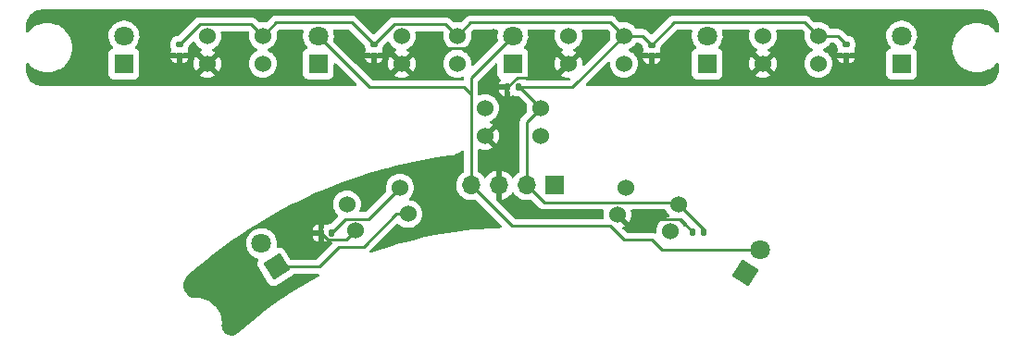
<source format=gbr>
%TF.GenerationSoftware,KiCad,Pcbnew,(6.0.5)*%
%TF.CreationDate,2022-10-18T17:21:11+09:00*%
%TF.ProjectId,line_sensor_front,6c696e65-5f73-4656-9e73-6f725f66726f,rev?*%
%TF.SameCoordinates,Original*%
%TF.FileFunction,Copper,L2,Bot*%
%TF.FilePolarity,Positive*%
%FSLAX46Y46*%
G04 Gerber Fmt 4.6, Leading zero omitted, Abs format (unit mm)*
G04 Created by KiCad (PCBNEW (6.0.5)) date 2022-10-18 17:21:11*
%MOMM*%
%LPD*%
G01*
G04 APERTURE LIST*
G04 Aperture macros list*
%AMRoundRect*
0 Rectangle with rounded corners*
0 $1 Rounding radius*
0 $2 $3 $4 $5 $6 $7 $8 $9 X,Y pos of 4 corners*
0 Add a 4 corners polygon primitive as box body*
4,1,4,$2,$3,$4,$5,$6,$7,$8,$9,$2,$3,0*
0 Add four circle primitives for the rounded corners*
1,1,$1+$1,$2,$3*
1,1,$1+$1,$4,$5*
1,1,$1+$1,$6,$7*
1,1,$1+$1,$8,$9*
0 Add four rect primitives between the rounded corners*
20,1,$1+$1,$2,$3,$4,$5,0*
20,1,$1+$1,$4,$5,$6,$7,0*
20,1,$1+$1,$6,$7,$8,$9,0*
20,1,$1+$1,$8,$9,$2,$3,0*%
%AMRotRect*
0 Rectangle, with rotation*
0 The origin of the aperture is its center*
0 $1 length*
0 $2 width*
0 $3 Rotation angle, in degrees counterclockwise*
0 Add horizontal line*
21,1,$1,$2,0,0,$3*%
G04 Aperture macros list end*
%TA.AperFunction,ComponentPad*%
%ADD10C,1.524000*%
%TD*%
%TA.AperFunction,ComponentPad*%
%ADD11R,1.800000X1.800000*%
%TD*%
%TA.AperFunction,ComponentPad*%
%ADD12C,1.800000*%
%TD*%
%TA.AperFunction,ComponentPad*%
%ADD13R,1.700000X1.700000*%
%TD*%
%TA.AperFunction,ComponentPad*%
%ADD14O,1.700000X1.700000*%
%TD*%
%TA.AperFunction,ComponentPad*%
%ADD15RotRect,1.800000X1.800000X57.500000*%
%TD*%
%TA.AperFunction,ComponentPad*%
%ADD16RotRect,1.800000X1.800000X122.500000*%
%TD*%
%TA.AperFunction,SMDPad,CuDef*%
%ADD17RoundRect,0.140000X0.170000X-0.140000X0.170000X0.140000X-0.170000X0.140000X-0.170000X-0.140000X0*%
%TD*%
%TA.AperFunction,SMDPad,CuDef*%
%ADD18RoundRect,0.140000X-0.140000X-0.170000X0.140000X-0.170000X0.140000X0.170000X-0.140000X0.170000X0*%
%TD*%
%TA.AperFunction,ViaPad*%
%ADD19C,0.800000*%
%TD*%
%TA.AperFunction,Conductor*%
%ADD20C,0.250000*%
%TD*%
G04 APERTURE END LIST*
D10*
%TO.P,U7,1,K(-)*%
%TO.N,Net-(U7-Pad1)*%
X166798769Y-111587511D03*
%TO.P,U7,2,VCC*%
%TO.N,Net-(C1-Pad2)*%
X167562562Y-109165070D03*
%TO.P,U7,3,VOUT*%
%TO.N,Net-(J1-Pad1)*%
X162717679Y-107637484D03*
%TO.P,U7,4,GND*%
%TO.N,Net-(C1-Pad1)*%
X161953887Y-110059925D03*
%TD*%
D11*
%TO.P,D2,1,K*%
%TO.N,Net-(D2-Pad1)*%
X134620000Y-96266000D03*
D12*
%TO.P,D2,2,A*%
%TO.N,Net-(D1-Pad2)*%
X134620000Y-93726000D03*
%TD*%
D13*
%TO.P,J1,1,Pin_1*%
%TO.N,Net-(J1-Pad1)*%
X156210000Y-107385000D03*
D14*
%TO.P,J1,2,Pin_2*%
%TO.N,Net-(C1-Pad2)*%
X153670000Y-107385000D03*
%TO.P,J1,3,Pin_3*%
%TO.N,Net-(C1-Pad1)*%
X151130000Y-107385000D03*
%TO.P,J1,4,Pin_4*%
%TO.N,Net-(D1-Pad2)*%
X148590000Y-107385000D03*
%TD*%
D11*
%TO.P,D1,1,K*%
%TO.N,Net-(D1-Pad1)*%
X116840000Y-96271000D03*
D12*
%TO.P,D1,2,A*%
%TO.N,Net-(D1-Pad2)*%
X116840000Y-93731000D03*
%TD*%
D10*
%TO.P,U3,1,K(-)*%
%TO.N,Net-(D3-Pad1)*%
X162560000Y-96264000D03*
%TO.P,U3,2,VCC*%
%TO.N,Net-(C1-Pad2)*%
X162560000Y-93724000D03*
%TO.P,U3,3,VOUT*%
%TO.N,Net-(J1-Pad1)*%
X157480000Y-93724000D03*
%TO.P,U3,4,GND*%
%TO.N,Net-(C1-Pad1)*%
X157480000Y-96264000D03*
%TD*%
D11*
%TO.P,D5,1,K*%
%TO.N,Net-(D5-Pad1)*%
X152400000Y-96271000D03*
D12*
%TO.P,D5,2,A*%
%TO.N,Net-(D1-Pad2)*%
X152400000Y-93731000D03*
%TD*%
D10*
%TO.P,U1,1,K(-)*%
%TO.N,Net-(D1-Pad1)*%
X129540000Y-96264000D03*
%TO.P,U1,2,VCC*%
%TO.N,Net-(C1-Pad2)*%
X129540000Y-93724000D03*
%TO.P,U1,3,VOUT*%
%TO.N,Net-(J1-Pad1)*%
X124460000Y-93724000D03*
%TO.P,U1,4,GND*%
%TO.N,Net-(C1-Pad1)*%
X124460000Y-96264000D03*
%TD*%
%TO.P,U4,1,K(-)*%
%TO.N,Net-(D4-Pad1)*%
X180340000Y-96264000D03*
%TO.P,U4,2,VCC*%
%TO.N,Net-(C1-Pad2)*%
X180340000Y-93724000D03*
%TO.P,U4,3,VOUT*%
%TO.N,Net-(J1-Pad1)*%
X175260000Y-93724000D03*
%TO.P,U4,4,GND*%
%TO.N,Net-(C1-Pad1)*%
X175260000Y-96264000D03*
%TD*%
%TO.P,U6,1,K(-)*%
%TO.N,Net-(D6-Pad1)*%
X142841186Y-110027913D03*
%TO.P,U6,2,VCC*%
%TO.N,Net-(C1-Pad2)*%
X142077394Y-107605472D03*
%TO.P,U6,3,VOUT*%
%TO.N,Net-(J1-Pad1)*%
X137232511Y-109133058D03*
%TO.P,U6,4,GND*%
%TO.N,Net-(C1-Pad1)*%
X137996304Y-111555499D03*
%TD*%
D15*
%TO.P,D7,1,K*%
%TO.N,Net-(U7-Pad1)*%
X173655073Y-115451318D03*
D12*
%TO.P,D7,2,A*%
%TO.N,Net-(D1-Pad2)*%
X175019814Y-113309104D03*
%TD*%
D11*
%TO.P,D4,1,K*%
%TO.N,Net-(D4-Pad1)*%
X187960000Y-96271000D03*
D12*
%TO.P,D4,2,A*%
%TO.N,Net-(D1-Pad2)*%
X187960000Y-93731000D03*
%TD*%
D10*
%TO.P,U5,1,K(-)*%
%TO.N,Net-(D5-Pad1)*%
X154940000Y-102868000D03*
%TO.P,U5,2,VCC*%
%TO.N,Net-(C1-Pad2)*%
X154940000Y-100328000D03*
%TO.P,U5,3,VOUT*%
%TO.N,Net-(J1-Pad1)*%
X149860000Y-100328000D03*
%TO.P,U5,4,GND*%
%TO.N,Net-(C1-Pad1)*%
X149860000Y-102868000D03*
%TD*%
%TO.P,U2,1,K(-)*%
%TO.N,Net-(D2-Pad1)*%
X147320000Y-96264000D03*
%TO.P,U2,2,VCC*%
%TO.N,Net-(C1-Pad2)*%
X147320000Y-93724000D03*
%TO.P,U2,3,VOUT*%
%TO.N,Net-(J1-Pad1)*%
X142240000Y-93724000D03*
%TO.P,U2,4,GND*%
%TO.N,Net-(C1-Pad1)*%
X142240000Y-96264000D03*
%TD*%
D16*
%TO.P,D6,1,K*%
%TO.N,Net-(D6-Pad1)*%
X130787070Y-114858566D03*
D12*
%TO.P,D6,2,A*%
%TO.N,Net-(D1-Pad2)*%
X129422329Y-112716352D03*
%TD*%
D11*
%TO.P,D3,1,K*%
%TO.N,Net-(D3-Pad1)*%
X170180000Y-96271000D03*
D12*
%TO.P,D3,2,A*%
%TO.N,Net-(D1-Pad2)*%
X170180000Y-93731000D03*
%TD*%
D17*
%TO.P,C1,1*%
%TO.N,Net-(C1-Pad1)*%
X121920000Y-95476000D03*
%TO.P,C1,2*%
%TO.N,Net-(C1-Pad2)*%
X121920000Y-94516000D03*
%TD*%
D18*
%TO.P,C5,1*%
%TO.N,Net-(C1-Pad1)*%
X151920000Y-98425000D03*
%TO.P,C5,2*%
%TO.N,Net-(C1-Pad2)*%
X152880000Y-98425000D03*
%TD*%
%TO.P,C7,1*%
%TO.N,Net-(C1-Pad1)*%
X168855255Y-111650118D03*
%TO.P,C7,2*%
%TO.N,Net-(C1-Pad2)*%
X169815255Y-111650118D03*
%TD*%
D17*
%TO.P,C4,1*%
%TO.N,Net-(C1-Pad1)*%
X182880000Y-95476000D03*
%TO.P,C4,2*%
%TO.N,Net-(C1-Pad2)*%
X182880000Y-94516000D03*
%TD*%
%TO.P,C3,1*%
%TO.N,Net-(C1-Pad1)*%
X165100000Y-95504000D03*
%TO.P,C3,2*%
%TO.N,Net-(C1-Pad2)*%
X165100000Y-94544000D03*
%TD*%
%TO.P,C2,1*%
%TO.N,Net-(C1-Pad1)*%
X139700000Y-95476000D03*
%TO.P,C2,2*%
%TO.N,Net-(C1-Pad2)*%
X139700000Y-94516000D03*
%TD*%
D18*
%TO.P,C6,1*%
%TO.N,Net-(C1-Pad1)*%
X134868462Y-111752844D03*
%TO.P,C6,2*%
%TO.N,Net-(C1-Pad2)*%
X135828462Y-111752844D03*
%TD*%
D19*
%TO.N,Net-(C1-Pad1)*%
X128270000Y-118618000D03*
X164465000Y-110490000D03*
X160274000Y-97790000D03*
X125476000Y-115570000D03*
X132334000Y-116332000D03*
X131826000Y-96520000D03*
X144272000Y-96266000D03*
X135636000Y-109982000D03*
X137414000Y-94234000D03*
X119634000Y-93218000D03*
X141478000Y-112268000D03*
X145542000Y-105410000D03*
X149860000Y-105410000D03*
X183896000Y-97536000D03*
X131826000Y-110236000D03*
X152400000Y-105410000D03*
X150622000Y-93472000D03*
X140970000Y-94996000D03*
X151638000Y-101346000D03*
X133858000Y-113284000D03*
X166116000Y-97536000D03*
X172974000Y-96266000D03*
X155702000Y-109982000D03*
X159004000Y-109982000D03*
X122682000Y-91948000D03*
X155194000Y-97028000D03*
X183896000Y-92710000D03*
X145034000Y-93726000D03*
X177800000Y-97028000D03*
%TD*%
D20*
%TO.N,Net-(C1-Pad1)*%
X167695137Y-110490000D02*
X164465000Y-110490000D01*
X151920000Y-98425000D02*
X151920000Y-98418070D01*
X134868462Y-111752844D02*
X134868462Y-111759774D01*
X152802070Y-97536000D02*
X154686000Y-97536000D01*
X145034000Y-93726000D02*
X146118511Y-94810511D01*
X146118511Y-94810511D02*
X149283489Y-94810511D01*
X149283489Y-94810511D02*
X150622000Y-93472000D01*
X151920000Y-98418070D02*
X152802070Y-97536000D01*
X135503688Y-112395000D02*
X137156803Y-112395000D01*
X154686000Y-97536000D02*
X155194000Y-97028000D01*
X137156803Y-112395000D02*
X137996304Y-111555499D01*
X134868462Y-111759774D02*
X135503688Y-112395000D01*
X168855255Y-111650118D02*
X167695137Y-110490000D01*
%TO.N,Net-(C1-Pad2)*%
X169815255Y-111417763D02*
X169815255Y-111650118D01*
X154940000Y-100328000D02*
X153037000Y-98425000D01*
X157859000Y-98425000D02*
X162560000Y-93724000D01*
X164280000Y-93724000D02*
X165100000Y-94544000D01*
X180340000Y-93724000D02*
X182088000Y-93724000D01*
X153670000Y-107385000D02*
X153670000Y-101598000D01*
X152880000Y-98425000D02*
X157859000Y-98425000D01*
X137112318Y-110468988D02*
X139213878Y-110468988D01*
X146233489Y-92637489D02*
X141578511Y-92637489D01*
X167137511Y-92506489D02*
X179122489Y-92506489D01*
X153670000Y-107385000D02*
X155258414Y-108973414D01*
X141578511Y-92637489D02*
X139700000Y-94516000D01*
X148537511Y-92506489D02*
X147320000Y-93724000D01*
X165100000Y-94544000D02*
X167137511Y-92506489D01*
X130762511Y-92501489D02*
X129540000Y-93724000D01*
X135828462Y-111752844D02*
X137112318Y-110468988D01*
X137685489Y-92501489D02*
X130762511Y-92501489D01*
X179122489Y-92506489D02*
X180340000Y-93724000D01*
X129540000Y-93724000D02*
X128453489Y-92637489D01*
X153037000Y-98425000D02*
X152880000Y-98425000D01*
X123798511Y-92637489D02*
X121920000Y-94516000D01*
X155258414Y-108973414D02*
X167370906Y-108973414D01*
X153670000Y-101598000D02*
X154940000Y-100328000D01*
X147320000Y-93724000D02*
X146233489Y-92637489D01*
X128453489Y-92637489D02*
X123798511Y-92637489D01*
X139700000Y-94516000D02*
X137685489Y-92501489D01*
X167562562Y-109165070D02*
X169815255Y-111417763D01*
X162560000Y-93724000D02*
X161342489Y-92506489D01*
X161342489Y-92506489D02*
X148537511Y-92506489D01*
X139213878Y-110468988D02*
X142077394Y-107605472D01*
X182088000Y-93724000D02*
X182880000Y-94516000D01*
X162560000Y-93724000D02*
X164280000Y-93724000D01*
X167370906Y-108973414D02*
X167562562Y-109165070D01*
%TO.N,Net-(D1-Pad2)*%
X175019814Y-113309104D02*
X166014104Y-113309104D01*
X161290000Y-111125000D02*
X152330000Y-111125000D01*
X147955000Y-98425000D02*
X148590000Y-99060000D01*
X166014104Y-113309104D02*
X165100000Y-112395000D01*
X162560000Y-112395000D02*
X161290000Y-111125000D01*
X148590000Y-100965000D02*
X148590000Y-99695000D01*
X152330000Y-111125000D02*
X148590000Y-107385000D01*
X134620000Y-93726000D02*
X139319000Y-98425000D01*
X152400000Y-93731000D02*
X148590000Y-97541000D01*
X148590000Y-97541000D02*
X148590000Y-100965000D01*
X148590000Y-107385000D02*
X148590000Y-100965000D01*
X148590000Y-99060000D02*
X148590000Y-99695000D01*
X139319000Y-98425000D02*
X147955000Y-98425000D01*
X165100000Y-112395000D02*
X162560000Y-112395000D01*
%TO.N,Net-(D6-Pad1)*%
X142841186Y-110027913D02*
X141763556Y-110027913D01*
X136525000Y-113030000D02*
X134696434Y-114858566D01*
X141763556Y-110027913D02*
X138761469Y-113030000D01*
X138761469Y-113030000D02*
X136525000Y-113030000D01*
X134696434Y-114858566D02*
X130787070Y-114858566D01*
%TD*%
%TA.AperFunction,Conductor*%
%TO.N,Net-(C1-Pad1)*%
G36*
X147900977Y-104260422D02*
G01*
X147946257Y-104315105D01*
X147956500Y-104364868D01*
X147956500Y-106106692D01*
X147936498Y-106174813D01*
X147888683Y-106218453D01*
X147863607Y-106231507D01*
X147859474Y-106234610D01*
X147859471Y-106234612D01*
X147689100Y-106362530D01*
X147684965Y-106365635D01*
X147659541Y-106392240D01*
X147591280Y-106463671D01*
X147530629Y-106527138D01*
X147404743Y-106711680D01*
X147310688Y-106914305D01*
X147250989Y-107129570D01*
X147227251Y-107351695D01*
X147227548Y-107356848D01*
X147227548Y-107356851D01*
X147230960Y-107416021D01*
X147240110Y-107574715D01*
X147241247Y-107579761D01*
X147241248Y-107579767D01*
X147262275Y-107673069D01*
X147289222Y-107792639D01*
X147336314Y-107908613D01*
X147368425Y-107987693D01*
X147373266Y-107999616D01*
X147415398Y-108068370D01*
X147487291Y-108185688D01*
X147489987Y-108190088D01*
X147636250Y-108358938D01*
X147808126Y-108501632D01*
X148001000Y-108614338D01*
X148209692Y-108694030D01*
X148214760Y-108695061D01*
X148214763Y-108695062D01*
X148287990Y-108709960D01*
X148428597Y-108738567D01*
X148433772Y-108738757D01*
X148433774Y-108738757D01*
X148646673Y-108746564D01*
X148646677Y-108746564D01*
X148651837Y-108746753D01*
X148656957Y-108746097D01*
X148656959Y-108746097D01*
X148868288Y-108719025D01*
X148868289Y-108719025D01*
X148873416Y-108718368D01*
X148878367Y-108716883D01*
X148878370Y-108716882D01*
X148919829Y-108704444D01*
X148990825Y-108704028D01*
X149045131Y-108736035D01*
X151396873Y-111087778D01*
X151430899Y-111150090D01*
X151425834Y-111220906D01*
X151383287Y-111277741D01*
X151309794Y-111302857D01*
X151149945Y-111305413D01*
X151148951Y-111305461D01*
X151148938Y-111305461D01*
X150705630Y-111326681D01*
X149956897Y-111362520D01*
X149509818Y-111398215D01*
X148767269Y-111457499D01*
X148767245Y-111457501D01*
X148766272Y-111457579D01*
X148009115Y-111542363D01*
X147580284Y-111590382D01*
X147580276Y-111590383D01*
X147579276Y-111590495D01*
X146397113Y-111761133D01*
X145220982Y-111969319D01*
X144052075Y-112214843D01*
X144051104Y-112215080D01*
X144051084Y-112215084D01*
X143606004Y-112323473D01*
X142891577Y-112497455D01*
X141740664Y-112816869D01*
X141739708Y-112817167D01*
X141739706Y-112817168D01*
X141606818Y-112858648D01*
X140600504Y-113172761D01*
X140599645Y-113173059D01*
X140599616Y-113173069D01*
X139473169Y-113564452D01*
X139472251Y-113564771D01*
X139471351Y-113565116D01*
X139471305Y-113565133D01*
X139458150Y-113570179D01*
X139387385Y-113575899D01*
X139324760Y-113542452D01*
X139290160Y-113480458D01*
X139294569Y-113409598D01*
X139323932Y-113363441D01*
X141762849Y-110924524D01*
X141825161Y-110890498D01*
X141895976Y-110895563D01*
X141941039Y-110924524D01*
X142021405Y-111004890D01*
X142025913Y-111008047D01*
X142025916Y-111008049D01*
X142056226Y-111029272D01*
X142203509Y-111132401D01*
X142208491Y-111134724D01*
X142208496Y-111134727D01*
X142358040Y-111204460D01*
X142404990Y-111226353D01*
X142410298Y-111227775D01*
X142410300Y-111227776D01*
X142419134Y-111230143D01*
X142619723Y-111283891D01*
X142841186Y-111303266D01*
X143062649Y-111283891D01*
X143263238Y-111230143D01*
X143272072Y-111227776D01*
X143272074Y-111227775D01*
X143277382Y-111226353D01*
X143324332Y-111204460D01*
X143473876Y-111134727D01*
X143473881Y-111134724D01*
X143478863Y-111132401D01*
X143626146Y-111029272D01*
X143656456Y-111008049D01*
X143656459Y-111008047D01*
X143660967Y-111004890D01*
X143818163Y-110847694D01*
X143823226Y-110840464D01*
X143942517Y-110670098D01*
X143942518Y-110670096D01*
X143945674Y-110665589D01*
X143947997Y-110660607D01*
X143948000Y-110660602D01*
X144037303Y-110469091D01*
X144037304Y-110469090D01*
X144039626Y-110464109D01*
X144097164Y-110249376D01*
X144116539Y-110027913D01*
X144097164Y-109806450D01*
X144058689Y-109662862D01*
X144041049Y-109597027D01*
X144041048Y-109597025D01*
X144039626Y-109591717D01*
X144031650Y-109574613D01*
X143948000Y-109395224D01*
X143947997Y-109395219D01*
X143945674Y-109390237D01*
X143942517Y-109385728D01*
X143821322Y-109212643D01*
X143821320Y-109212640D01*
X143818163Y-109208132D01*
X143660967Y-109050936D01*
X143656459Y-109047779D01*
X143656456Y-109047777D01*
X143580691Y-108994726D01*
X143478863Y-108923425D01*
X143473881Y-108921102D01*
X143473876Y-108921099D01*
X143282364Y-108831796D01*
X143282363Y-108831795D01*
X143277382Y-108829473D01*
X143272074Y-108828051D01*
X143272072Y-108828050D01*
X143150941Y-108795593D01*
X143062649Y-108771935D01*
X143005424Y-108766929D01*
X142939307Y-108741066D01*
X142897667Y-108683563D01*
X142893726Y-108612676D01*
X142927311Y-108552313D01*
X143054371Y-108425253D01*
X143110363Y-108345289D01*
X143178725Y-108247657D01*
X143178726Y-108247655D01*
X143181882Y-108243148D01*
X143184205Y-108238166D01*
X143184208Y-108238161D01*
X143273511Y-108046650D01*
X143273512Y-108046649D01*
X143275834Y-108041668D01*
X143333372Y-107826935D01*
X143352747Y-107605472D01*
X143333372Y-107384009D01*
X143294897Y-107240421D01*
X143277257Y-107174586D01*
X143277256Y-107174584D01*
X143275834Y-107169276D01*
X143273511Y-107164294D01*
X143184208Y-106972783D01*
X143184205Y-106972778D01*
X143181882Y-106967796D01*
X143147923Y-106919297D01*
X143057530Y-106790202D01*
X143057528Y-106790199D01*
X143054371Y-106785691D01*
X142897175Y-106628495D01*
X142892667Y-106625338D01*
X142892664Y-106625336D01*
X142765297Y-106536153D01*
X142715071Y-106500984D01*
X142710089Y-106498661D01*
X142710084Y-106498658D01*
X142518572Y-106409355D01*
X142518571Y-106409354D01*
X142513590Y-106407032D01*
X142508282Y-106405610D01*
X142508280Y-106405609D01*
X142442445Y-106387969D01*
X142298857Y-106349494D01*
X142077394Y-106330119D01*
X141855931Y-106349494D01*
X141712343Y-106387969D01*
X141646508Y-106405609D01*
X141646506Y-106405610D01*
X141641198Y-106407032D01*
X141636217Y-106409354D01*
X141636216Y-106409355D01*
X141444705Y-106498658D01*
X141444700Y-106498661D01*
X141439718Y-106500984D01*
X141435211Y-106504140D01*
X141435209Y-106504141D01*
X141262124Y-106625336D01*
X141262121Y-106625338D01*
X141257613Y-106628495D01*
X141100417Y-106785691D01*
X141097260Y-106790199D01*
X141097258Y-106790202D01*
X141006865Y-106919297D01*
X140972906Y-106967796D01*
X140970583Y-106972778D01*
X140970580Y-106972783D01*
X140881277Y-107164294D01*
X140878954Y-107169276D01*
X140877532Y-107174584D01*
X140877531Y-107174586D01*
X140859891Y-107240421D01*
X140821416Y-107384009D01*
X140802041Y-107605472D01*
X140821416Y-107826935D01*
X140822840Y-107832248D01*
X140822841Y-107832255D01*
X140831879Y-107865986D01*
X140830190Y-107936962D01*
X140799268Y-107987693D01*
X138988378Y-109798583D01*
X138926066Y-109832609D01*
X138899283Y-109835488D01*
X138504585Y-109835488D01*
X138436464Y-109815486D01*
X138389971Y-109761830D01*
X138379867Y-109691556D01*
X138390390Y-109656238D01*
X138428628Y-109574236D01*
X138428629Y-109574235D01*
X138430951Y-109569254D01*
X138432550Y-109563289D01*
X138457985Y-109468361D01*
X138488489Y-109354521D01*
X138507864Y-109133058D01*
X138488489Y-108911595D01*
X138441849Y-108737534D01*
X138432374Y-108702172D01*
X138432373Y-108702170D01*
X138430951Y-108696862D01*
X138424402Y-108682817D01*
X138339325Y-108500369D01*
X138339322Y-108500364D01*
X138336999Y-108495382D01*
X138290623Y-108429150D01*
X138212647Y-108317788D01*
X138212645Y-108317785D01*
X138209488Y-108313277D01*
X138052292Y-108156081D01*
X138047784Y-108152924D01*
X138047781Y-108152922D01*
X137960077Y-108091511D01*
X137870188Y-108028570D01*
X137865206Y-108026247D01*
X137865201Y-108026244D01*
X137673689Y-107936941D01*
X137673688Y-107936940D01*
X137668707Y-107934618D01*
X137663399Y-107933196D01*
X137663397Y-107933195D01*
X137571656Y-107908613D01*
X137453974Y-107877080D01*
X137232511Y-107857705D01*
X137011048Y-107877080D01*
X136893366Y-107908613D01*
X136801625Y-107933195D01*
X136801623Y-107933196D01*
X136796315Y-107934618D01*
X136791334Y-107936940D01*
X136791333Y-107936941D01*
X136599822Y-108026244D01*
X136599817Y-108026247D01*
X136594835Y-108028570D01*
X136590328Y-108031726D01*
X136590326Y-108031727D01*
X136417241Y-108152922D01*
X136417238Y-108152924D01*
X136412730Y-108156081D01*
X136255534Y-108313277D01*
X136252377Y-108317785D01*
X136252375Y-108317788D01*
X136174399Y-108429150D01*
X136128023Y-108495382D01*
X136125700Y-108500364D01*
X136125697Y-108500369D01*
X136040620Y-108682817D01*
X136034071Y-108696862D01*
X136032649Y-108702170D01*
X136032648Y-108702172D01*
X136023173Y-108737534D01*
X135976533Y-108911595D01*
X135957158Y-109133058D01*
X135976533Y-109354521D01*
X136007037Y-109468361D01*
X136032473Y-109563289D01*
X136034071Y-109569254D01*
X136036393Y-109574235D01*
X136036394Y-109574236D01*
X136125697Y-109765747D01*
X136125700Y-109765752D01*
X136128023Y-109770734D01*
X136131179Y-109775241D01*
X136131180Y-109775243D01*
X136179345Y-109844029D01*
X136255534Y-109952839D01*
X136404953Y-110102258D01*
X136438979Y-110164570D01*
X136433914Y-110235385D01*
X136404953Y-110280449D01*
X136091522Y-110593879D01*
X135787961Y-110897440D01*
X135725649Y-110931465D01*
X135698866Y-110934344D01*
X135622978Y-110934344D01*
X135620530Y-110934537D01*
X135620522Y-110934537D01*
X135592618Y-110936733D01*
X135592613Y-110936734D01*
X135586208Y-110937238D01*
X135487457Y-110965928D01*
X135436478Y-110980738D01*
X135436476Y-110980739D01*
X135428865Y-110982950D01*
X135422038Y-110986987D01*
X135422039Y-110986987D01*
X135412109Y-110992859D01*
X135343292Y-111010318D01*
X135283834Y-110992860D01*
X135274684Y-110987449D01*
X135260246Y-110981201D01*
X135139857Y-110946225D01*
X135125757Y-110946265D01*
X135122462Y-110953535D01*
X135122462Y-111231465D01*
X135104916Y-111295604D01*
X135088568Y-111323247D01*
X135086357Y-111330858D01*
X135086356Y-111330860D01*
X135080319Y-111351640D01*
X135042856Y-111480590D01*
X135042352Y-111486995D01*
X135042351Y-111487000D01*
X135041653Y-111495875D01*
X135039962Y-111517360D01*
X135039962Y-111988328D01*
X135040155Y-111990776D01*
X135040155Y-111990784D01*
X135041981Y-112013975D01*
X135042856Y-112025098D01*
X135044651Y-112031275D01*
X135086356Y-112174826D01*
X135088568Y-112182441D01*
X135092603Y-112189263D01*
X135092603Y-112189264D01*
X135104916Y-112210084D01*
X135122462Y-112274223D01*
X135122462Y-112546402D01*
X135126435Y-112559933D01*
X135134333Y-112561068D01*
X135260246Y-112524487D01*
X135274684Y-112518239D01*
X135283834Y-112512828D01*
X135352650Y-112495370D01*
X135412109Y-112512829D01*
X135419993Y-112517491D01*
X135428865Y-112522738D01*
X135436476Y-112524949D01*
X135436478Y-112524950D01*
X135458394Y-112531317D01*
X135586208Y-112568450D01*
X135592613Y-112568954D01*
X135592618Y-112568955D01*
X135620522Y-112571151D01*
X135620530Y-112571151D01*
X135622978Y-112571344D01*
X135783562Y-112571344D01*
X135851683Y-112591346D01*
X135898176Y-112645002D01*
X135908280Y-112715276D01*
X135878786Y-112779856D01*
X135872659Y-112786437D01*
X135163623Y-113495472D01*
X134470934Y-114188161D01*
X134408622Y-114222187D01*
X134381839Y-114225066D01*
X132122655Y-114225066D01*
X132054534Y-114205064D01*
X132016388Y-114166766D01*
X131467390Y-113305011D01*
X131467388Y-113305008D01*
X131465555Y-113302131D01*
X131442638Y-113273526D01*
X131431386Y-113259481D01*
X131431383Y-113259478D01*
X131426447Y-113253317D01*
X131384091Y-113221457D01*
X131317217Y-113171156D01*
X131317216Y-113171156D01*
X131310043Y-113165760D01*
X131297989Y-113161217D01*
X131239021Y-113138994D01*
X131173744Y-113114393D01*
X131164801Y-113113713D01*
X131164798Y-113113712D01*
X131081976Y-113107412D01*
X131028506Y-113103345D01*
X131019729Y-113105203D01*
X131019723Y-113105203D01*
X130959595Y-113117929D01*
X130888808Y-113112466D01*
X130832213Y-113069600D01*
X130807777Y-113002941D01*
X130808583Y-112978213D01*
X130824325Y-112858648D01*
X130833969Y-112785393D01*
X130835656Y-112716352D01*
X130823174Y-112564528D01*
X130817102Y-112490670D01*
X130817101Y-112490664D01*
X130816678Y-112485519D01*
X130777766Y-112330602D01*
X130761513Y-112265896D01*
X130761512Y-112265892D01*
X130760254Y-112260885D01*
X130755137Y-112249116D01*
X130669959Y-112053220D01*
X130669957Y-112053217D01*
X130667899Y-112048483D01*
X130650520Y-112021619D01*
X134083399Y-112021619D01*
X134085150Y-112031203D01*
X134126819Y-112174628D01*
X134133066Y-112189064D01*
X134208338Y-112316343D01*
X134217978Y-112328770D01*
X134322536Y-112433328D01*
X134334963Y-112442968D01*
X134462242Y-112518240D01*
X134476678Y-112524487D01*
X134597067Y-112559463D01*
X134611167Y-112559423D01*
X134614462Y-112552153D01*
X134614462Y-112024959D01*
X134609987Y-112009720D01*
X134608597Y-112008515D01*
X134600914Y-112006844D01*
X134100038Y-112006844D01*
X134085243Y-112011188D01*
X134083399Y-112021619D01*
X130650520Y-112021619D01*
X130542093Y-111854017D01*
X130534240Y-111845386D01*
X130467914Y-111772495D01*
X130386216Y-111682710D01*
X130382165Y-111679511D01*
X130382161Y-111679507D01*
X130208506Y-111542363D01*
X130208501Y-111542360D01*
X130204452Y-111539162D01*
X130199936Y-111536669D01*
X130199933Y-111536667D01*
X130101725Y-111482453D01*
X134083694Y-111482453D01*
X134086514Y-111495875D01*
X134097975Y-111498844D01*
X134596347Y-111498844D01*
X134611586Y-111494369D01*
X134612791Y-111492979D01*
X134614462Y-111485296D01*
X134614462Y-110959286D01*
X134610489Y-110945755D01*
X134602591Y-110944620D01*
X134476678Y-110981201D01*
X134462242Y-110987448D01*
X134334963Y-111062720D01*
X134322536Y-111072360D01*
X134217978Y-111176918D01*
X134208338Y-111189345D01*
X134133066Y-111316624D01*
X134126819Y-111331060D01*
X134085150Y-111474485D01*
X134083694Y-111482453D01*
X130101725Y-111482453D01*
X130006208Y-111429725D01*
X130006204Y-111429723D01*
X130001684Y-111427228D01*
X129996815Y-111425504D01*
X129996811Y-111425502D01*
X129788232Y-111351640D01*
X129788228Y-111351639D01*
X129783357Y-111349914D01*
X129778264Y-111349007D01*
X129778261Y-111349006D01*
X129560424Y-111310203D01*
X129560418Y-111310202D01*
X129555335Y-111309297D01*
X129482425Y-111308406D01*
X129328910Y-111306531D01*
X129328908Y-111306531D01*
X129323740Y-111306468D01*
X129094793Y-111341502D01*
X128874643Y-111413458D01*
X128870055Y-111415846D01*
X128870051Y-111415848D01*
X128679766Y-111514904D01*
X128669201Y-111520404D01*
X128665068Y-111523507D01*
X128665065Y-111523509D01*
X128572532Y-111592985D01*
X128483984Y-111659469D01*
X128480412Y-111663207D01*
X128354081Y-111795405D01*
X128323968Y-111826916D01*
X128321054Y-111831188D01*
X128321053Y-111831189D01*
X128274111Y-111900003D01*
X128193448Y-112018251D01*
X128095931Y-112228333D01*
X128034036Y-112451521D01*
X128009424Y-112681821D01*
X128009721Y-112686974D01*
X128009721Y-112686977D01*
X128017228Y-112817168D01*
X128022756Y-112913049D01*
X128023893Y-112918095D01*
X128023894Y-112918101D01*
X128037441Y-112978213D01*
X128073675Y-113138994D01*
X128075617Y-113143776D01*
X128075618Y-113143780D01*
X128144116Y-113312469D01*
X128160813Y-113353589D01*
X128281830Y-113551071D01*
X128433476Y-113726136D01*
X128611678Y-113874082D01*
X128811651Y-113990936D01*
X128816476Y-113992778D01*
X128816477Y-113992779D01*
X128877973Y-114016262D01*
X129028023Y-114073561D01*
X129033084Y-114074591D01*
X129033099Y-114074595D01*
X129060910Y-114080253D01*
X129123675Y-114113435D01*
X129158537Y-114175283D01*
X129154427Y-114246160D01*
X129136484Y-114279463D01*
X129094264Y-114335593D01*
X129042897Y-114471892D01*
X129031849Y-114617130D01*
X129062008Y-114759631D01*
X129089721Y-114815704D01*
X129557680Y-115550253D01*
X130096083Y-116395376D01*
X130108585Y-116415001D01*
X130110714Y-116417658D01*
X130110718Y-116417664D01*
X130142754Y-116457651D01*
X130142757Y-116457654D01*
X130147693Y-116463815D01*
X130264097Y-116551372D01*
X130272495Y-116554537D01*
X130280156Y-116557424D01*
X130400396Y-116602739D01*
X130409339Y-116603419D01*
X130409342Y-116603420D01*
X130492164Y-116609720D01*
X130545634Y-116613787D01*
X130616410Y-116598808D01*
X130680406Y-116585264D01*
X130680408Y-116585263D01*
X130688135Y-116583628D01*
X130744208Y-116555915D01*
X131678939Y-115960426D01*
X132340625Y-115538886D01*
X132340628Y-115538884D01*
X132343505Y-115537051D01*
X132365121Y-115519733D01*
X132430790Y-115492750D01*
X132443903Y-115492066D01*
X134588663Y-115492066D01*
X134656784Y-115512068D01*
X134703277Y-115565724D01*
X134713381Y-115635998D01*
X134683887Y-115700578D01*
X134648361Y-115729025D01*
X134049155Y-116051416D01*
X133015867Y-116650534D01*
X132002177Y-117282243D01*
X131698116Y-117485446D01*
X131012620Y-117943560D01*
X131009111Y-117945905D01*
X130037677Y-118640844D01*
X129732940Y-118873861D01*
X129412886Y-119118591D01*
X129088859Y-119366358D01*
X129088087Y-119366989D01*
X129088081Y-119366993D01*
X128164374Y-120121093D01*
X128164351Y-120121112D01*
X128163619Y-120121710D01*
X128162886Y-120122348D01*
X128162871Y-120122361D01*
X127277186Y-120893691D01*
X127274037Y-120896236D01*
X127272024Y-120897514D01*
X127267515Y-120901471D01*
X127267286Y-120901620D01*
X127267108Y-120901828D01*
X127262588Y-120905794D01*
X127259469Y-120909526D01*
X127259467Y-120909528D01*
X127258455Y-120910739D01*
X127256424Y-120912646D01*
X127256066Y-120913012D01*
X127256050Y-120912996D01*
X127236314Y-120931521D01*
X127133493Y-121006955D01*
X127111954Y-121019676D01*
X126974159Y-121083548D01*
X126950527Y-121091764D01*
X126895420Y-121104967D01*
X126802827Y-121127150D01*
X126778043Y-121130535D01*
X126706922Y-121133114D01*
X126626262Y-121136039D01*
X126601293Y-121134459D01*
X126526356Y-121122163D01*
X126451417Y-121109865D01*
X126427255Y-121103384D01*
X126285194Y-121049661D01*
X126262795Y-121038536D01*
X126134133Y-120957792D01*
X126114381Y-120942464D01*
X126004223Y-120837901D01*
X125987877Y-120818962D01*
X125900553Y-120694697D01*
X125888271Y-120672899D01*
X125827223Y-120533832D01*
X125819490Y-120510036D01*
X125787124Y-120361644D01*
X125784246Y-120336792D01*
X125782312Y-120214889D01*
X125784178Y-120191196D01*
X125784387Y-120190003D01*
X125785592Y-120185287D01*
X125786166Y-120179311D01*
X125786230Y-120179047D01*
X125786217Y-120178775D01*
X125786792Y-120172791D01*
X125786244Y-120163455D01*
X125786063Y-120153064D01*
X125786875Y-120119066D01*
X125792040Y-119902731D01*
X125766277Y-119633926D01*
X125732630Y-119479828D01*
X125709476Y-119373785D01*
X125709474Y-119373778D01*
X125708672Y-119370105D01*
X125707156Y-119365740D01*
X125664358Y-119242566D01*
X125620045Y-119115027D01*
X125501659Y-118872324D01*
X125467576Y-118819528D01*
X125357242Y-118648617D01*
X125357236Y-118648609D01*
X125355200Y-118645455D01*
X125220348Y-118482951D01*
X125185164Y-118440552D01*
X125185158Y-118440546D01*
X125182756Y-118437651D01*
X124986781Y-118251872D01*
X124770069Y-118090765D01*
X124535706Y-117956624D01*
X124532245Y-117955159D01*
X124532237Y-117955155D01*
X124290496Y-117852829D01*
X124290494Y-117852828D01*
X124287030Y-117851362D01*
X124027585Y-117776476D01*
X124023880Y-117775872D01*
X124023875Y-117775871D01*
X123764777Y-117733640D01*
X123764776Y-117733640D01*
X123761065Y-117733035D01*
X123757314Y-117732877D01*
X123757306Y-117732876D01*
X123527674Y-117723191D01*
X123514269Y-117721905D01*
X123508624Y-117721057D01*
X123508613Y-117721056D01*
X123503799Y-117720333D01*
X123497787Y-117720365D01*
X123497518Y-117720328D01*
X123497249Y-117720368D01*
X123491246Y-117720400D01*
X123486437Y-117721175D01*
X123486427Y-117721176D01*
X123482892Y-117721746D01*
X123454137Y-117723050D01*
X123296276Y-117712111D01*
X123274705Y-117708719D01*
X123095554Y-117664365D01*
X123074894Y-117657301D01*
X122944533Y-117599678D01*
X122906082Y-117582681D01*
X122886961Y-117572162D01*
X122733566Y-117469518D01*
X122716542Y-117455851D01*
X122583168Y-117328263D01*
X122568761Y-117311864D01*
X122490810Y-117205858D01*
X122459422Y-117163173D01*
X122448060Y-117144528D01*
X122366033Y-116979194D01*
X122358060Y-116958867D01*
X122305808Y-116781854D01*
X122301464Y-116760456D01*
X122280556Y-116577078D01*
X122279972Y-116555250D01*
X122291036Y-116371025D01*
X122294228Y-116349425D01*
X122336934Y-116169866D01*
X122343808Y-116149142D01*
X122416870Y-115979654D01*
X122427219Y-115960426D01*
X122528443Y-115806100D01*
X122541955Y-115788949D01*
X122632297Y-115692754D01*
X122647742Y-115676308D01*
X122658839Y-115667034D01*
X122658639Y-115666814D01*
X122666136Y-115660025D01*
X122674626Y-115654517D01*
X122674630Y-115654512D01*
X122674632Y-115654511D01*
X122682229Y-115645686D01*
X122682231Y-115645684D01*
X122692633Y-115633600D01*
X122705451Y-115620719D01*
X123636966Y-114810788D01*
X123639726Y-114808457D01*
X124355939Y-114220912D01*
X124623000Y-114001829D01*
X124625815Y-113999586D01*
X124636999Y-113990936D01*
X125019469Y-113695104D01*
X125631830Y-113221457D01*
X125634718Y-113219289D01*
X126662605Y-112470328D01*
X126665555Y-112468243D01*
X127573985Y-111845386D01*
X127714471Y-111749063D01*
X127717475Y-111747066D01*
X127817361Y-111682710D01*
X128237754Y-111411851D01*
X128786586Y-111058240D01*
X128789650Y-111056327D01*
X129214387Y-110799593D01*
X129878099Y-110398410D01*
X129881161Y-110396618D01*
X130876588Y-109833237D01*
X130988057Y-109770149D01*
X130991226Y-109768416D01*
X131362446Y-109572147D01*
X132115531Y-109173981D01*
X132118704Y-109172360D01*
X132774019Y-108849572D01*
X133259669Y-108610356D01*
X133262932Y-108608807D01*
X134419473Y-108079766D01*
X134422779Y-108078311D01*
X135594001Y-107582642D01*
X135597347Y-107581282D01*
X136782300Y-107119386D01*
X136785684Y-107118122D01*
X137268472Y-106945702D01*
X137983428Y-106690367D01*
X137986803Y-106689216D01*
X138760634Y-106437621D01*
X139196336Y-106295962D01*
X139199787Y-106294895D01*
X139898164Y-106089771D01*
X140420068Y-105936480D01*
X140423479Y-105935532D01*
X141232981Y-105722773D01*
X141653537Y-105612240D01*
X141657043Y-105611372D01*
X142895838Y-105323477D01*
X142899367Y-105322710D01*
X144145895Y-105070444D01*
X144149446Y-105069778D01*
X144604550Y-104991183D01*
X145402712Y-104853342D01*
X145406233Y-104852786D01*
X146616653Y-104679317D01*
X146639394Y-104678137D01*
X146655196Y-104678749D01*
X146661174Y-104678054D01*
X146661444Y-104678061D01*
X146661705Y-104677992D01*
X146667665Y-104677299D01*
X146672362Y-104675998D01*
X146674004Y-104675677D01*
X146681006Y-104674043D01*
X146862210Y-104639550D01*
X146960499Y-104620840D01*
X146960503Y-104620839D01*
X146964217Y-104620132D01*
X147058783Y-104590013D01*
X147248337Y-104529640D01*
X147248340Y-104529639D01*
X147251944Y-104528491D01*
X147526602Y-104403001D01*
X147607079Y-104353793D01*
X147764770Y-104257371D01*
X147833322Y-104238900D01*
X147900977Y-104260422D01*
G37*
%TD.AperFunction*%
%TA.AperFunction,Conductor*%
G36*
X166354606Y-109626916D02*
G01*
X166400680Y-109679664D01*
X166455748Y-109797759D01*
X166455751Y-109797764D01*
X166458074Y-109802746D01*
X166461230Y-109807253D01*
X166461231Y-109807255D01*
X166565899Y-109956736D01*
X166585585Y-109984851D01*
X166712645Y-110111911D01*
X166746671Y-110174223D01*
X166741606Y-110245038D01*
X166699059Y-110301874D01*
X166634531Y-110326527D01*
X166577306Y-110331533D01*
X166433718Y-110370008D01*
X166367883Y-110387648D01*
X166367881Y-110387649D01*
X166362573Y-110389071D01*
X166357592Y-110391393D01*
X166357591Y-110391394D01*
X166166080Y-110480697D01*
X166166075Y-110480700D01*
X166161093Y-110483023D01*
X166156586Y-110486179D01*
X166156584Y-110486180D01*
X165983499Y-110607375D01*
X165983496Y-110607377D01*
X165978988Y-110610534D01*
X165821792Y-110767730D01*
X165818635Y-110772238D01*
X165818633Y-110772241D01*
X165697438Y-110945326D01*
X165694281Y-110949835D01*
X165691958Y-110954817D01*
X165691955Y-110954822D01*
X165621364Y-111106206D01*
X165600329Y-111151315D01*
X165542791Y-111366048D01*
X165523416Y-111587511D01*
X165531465Y-111679507D01*
X165532016Y-111685809D01*
X165518027Y-111755414D01*
X165468627Y-111806407D01*
X165399501Y-111822597D01*
X165345799Y-111807208D01*
X165342008Y-111805124D01*
X165342004Y-111805122D01*
X165335060Y-111801305D01*
X165315437Y-111796267D01*
X165296734Y-111789863D01*
X165285420Y-111784967D01*
X165285419Y-111784967D01*
X165278145Y-111781819D01*
X165270322Y-111780580D01*
X165270312Y-111780577D01*
X165234476Y-111774901D01*
X165222856Y-111772495D01*
X165187711Y-111763472D01*
X165187710Y-111763472D01*
X165180030Y-111761500D01*
X165159776Y-111761500D01*
X165140065Y-111759949D01*
X165127886Y-111758020D01*
X165120057Y-111756780D01*
X165086015Y-111759998D01*
X165076039Y-111760941D01*
X165064181Y-111761500D01*
X162874595Y-111761500D01*
X162806474Y-111741498D01*
X162785500Y-111724595D01*
X162468655Y-111407750D01*
X162434629Y-111345438D01*
X162439694Y-111274623D01*
X162482241Y-111217787D01*
X162504500Y-111204460D01*
X162586332Y-111166301D01*
X162595818Y-111160823D01*
X162639651Y-111130132D01*
X162648026Y-111119654D01*
X162640958Y-111106206D01*
X161683772Y-110149020D01*
X161649746Y-110086708D01*
X161654811Y-110015893D01*
X161683772Y-109970830D01*
X161864792Y-109789810D01*
X161927104Y-109755784D01*
X161997919Y-109760849D01*
X162042982Y-109789810D01*
X163000890Y-110747718D01*
X163012664Y-110754148D01*
X163024680Y-110744851D01*
X163054784Y-110701857D01*
X163060264Y-110692366D01*
X163149532Y-110500932D01*
X163153278Y-110490640D01*
X163207946Y-110286616D01*
X163209849Y-110275821D01*
X163228259Y-110065400D01*
X163228259Y-110054450D01*
X163209849Y-109844029D01*
X163207946Y-109833237D01*
X163189803Y-109765526D01*
X163191493Y-109694549D01*
X163231287Y-109635753D01*
X163296551Y-109607805D01*
X163311510Y-109606914D01*
X166286485Y-109606914D01*
X166354606Y-109626916D01*
G37*
%TD.AperFunction*%
%TA.AperFunction,Conductor*%
G36*
X167894055Y-110412274D02*
G01*
X167944784Y-110443196D01*
X168301181Y-110799593D01*
X168335207Y-110861905D01*
X168330142Y-110932720D01*
X168301181Y-110977784D01*
X168204767Y-111074197D01*
X168195131Y-111086619D01*
X168189251Y-111096562D01*
X168137359Y-111145016D01*
X168067508Y-111157722D01*
X168001877Y-111130648D01*
X167966601Y-111085675D01*
X167905583Y-110954823D01*
X167905582Y-110954822D01*
X167903257Y-110949835D01*
X167900100Y-110945326D01*
X167778905Y-110772241D01*
X167778903Y-110772238D01*
X167775746Y-110767730D01*
X167648686Y-110640670D01*
X167614660Y-110578358D01*
X167619725Y-110507543D01*
X167662272Y-110450707D01*
X167726800Y-110426054D01*
X167784025Y-110421048D01*
X167800204Y-110416713D01*
X167823078Y-110410584D01*
X167894055Y-110412274D01*
G37*
%TD.AperFunction*%
%TA.AperFunction,Conductor*%
G36*
X150909532Y-96221538D02*
G01*
X150966368Y-96264085D01*
X150991179Y-96330605D01*
X150991500Y-96339594D01*
X150991500Y-97219134D01*
X150998255Y-97281316D01*
X151049385Y-97417705D01*
X151136739Y-97534261D01*
X151253295Y-97621615D01*
X151261696Y-97624765D01*
X151264236Y-97626155D01*
X151314382Y-97676413D01*
X151329395Y-97745805D01*
X151304509Y-97812297D01*
X151292821Y-97825769D01*
X151269516Y-97849074D01*
X151259876Y-97861501D01*
X151184604Y-97988780D01*
X151178357Y-98003216D01*
X151136688Y-98146641D01*
X151135232Y-98154609D01*
X151138052Y-98168031D01*
X151149513Y-98171000D01*
X151965500Y-98171000D01*
X152033621Y-98191002D01*
X152080114Y-98244658D01*
X152091500Y-98297000D01*
X152091500Y-98660484D01*
X152091693Y-98662932D01*
X152091693Y-98662940D01*
X152093184Y-98681876D01*
X152094394Y-98697254D01*
X152140106Y-98854597D01*
X152144141Y-98861419D01*
X152144141Y-98861420D01*
X152156454Y-98882240D01*
X152174000Y-98946379D01*
X152174000Y-99218558D01*
X152177973Y-99232089D01*
X152185871Y-99233224D01*
X152311784Y-99196643D01*
X152326222Y-99190395D01*
X152335372Y-99184984D01*
X152404188Y-99167526D01*
X152463647Y-99184985D01*
X152471531Y-99189647D01*
X152480403Y-99194894D01*
X152488014Y-99197105D01*
X152488016Y-99197106D01*
X152506349Y-99202432D01*
X152637746Y-99240606D01*
X152644151Y-99241110D01*
X152644156Y-99241111D01*
X152672060Y-99243307D01*
X152672068Y-99243307D01*
X152674516Y-99243500D01*
X152907406Y-99243500D01*
X152975527Y-99263502D01*
X152996501Y-99280405D01*
X153661874Y-99945778D01*
X153695900Y-100008090D01*
X153694486Y-100067484D01*
X153684022Y-100106537D01*
X153664647Y-100328000D01*
X153684022Y-100549463D01*
X153685446Y-100554776D01*
X153685447Y-100554783D01*
X153694485Y-100588514D01*
X153692796Y-100659490D01*
X153661874Y-100710221D01*
X153277747Y-101094348D01*
X153269461Y-101101888D01*
X153262982Y-101106000D01*
X153257557Y-101111777D01*
X153216357Y-101155651D01*
X153213602Y-101158493D01*
X153193865Y-101178230D01*
X153191385Y-101181427D01*
X153183682Y-101190447D01*
X153153414Y-101222679D01*
X153149595Y-101229625D01*
X153149593Y-101229628D01*
X153143652Y-101240434D01*
X153132801Y-101256953D01*
X153120386Y-101272959D01*
X153117241Y-101280228D01*
X153117238Y-101280232D01*
X153102826Y-101313537D01*
X153097609Y-101324187D01*
X153076305Y-101362940D01*
X153074334Y-101370615D01*
X153074334Y-101370616D01*
X153071267Y-101382562D01*
X153064863Y-101401266D01*
X153056819Y-101419855D01*
X153055580Y-101427678D01*
X153055577Y-101427688D01*
X153049901Y-101463524D01*
X153047495Y-101475144D01*
X153045201Y-101484081D01*
X153036500Y-101517970D01*
X153036500Y-101538224D01*
X153034949Y-101557934D01*
X153031780Y-101577943D01*
X153032526Y-101585835D01*
X153035941Y-101621961D01*
X153036500Y-101633819D01*
X153036500Y-106106692D01*
X153016498Y-106174813D01*
X152968683Y-106218453D01*
X152943607Y-106231507D01*
X152939474Y-106234610D01*
X152939471Y-106234612D01*
X152769100Y-106362530D01*
X152764965Y-106365635D01*
X152739541Y-106392240D01*
X152671280Y-106463671D01*
X152610629Y-106527138D01*
X152516993Y-106664404D01*
X152502898Y-106685066D01*
X152447987Y-106730069D01*
X152377462Y-106738240D01*
X152313715Y-106706986D01*
X152293018Y-106682502D01*
X152212426Y-106557926D01*
X152206136Y-106549757D01*
X152062806Y-106392240D01*
X152055273Y-106385215D01*
X151888139Y-106253222D01*
X151879552Y-106247517D01*
X151693117Y-106144599D01*
X151683705Y-106140369D01*
X151482959Y-106069280D01*
X151472988Y-106066646D01*
X151401837Y-106053972D01*
X151388540Y-106055432D01*
X151384000Y-106069989D01*
X151384000Y-108703517D01*
X151388064Y-108717359D01*
X151401478Y-108719393D01*
X151408184Y-108718534D01*
X151418262Y-108716392D01*
X151622255Y-108655191D01*
X151631842Y-108651433D01*
X151823095Y-108557739D01*
X151831945Y-108552464D01*
X152005328Y-108428792D01*
X152013200Y-108422139D01*
X152164052Y-108271812D01*
X152170730Y-108263965D01*
X152298022Y-108086819D01*
X152299279Y-108087722D01*
X152346373Y-108044362D01*
X152416311Y-108032145D01*
X152481751Y-108059678D01*
X152509579Y-108091511D01*
X152569987Y-108190088D01*
X152716250Y-108358938D01*
X152888126Y-108501632D01*
X153081000Y-108614338D01*
X153289692Y-108694030D01*
X153294760Y-108695061D01*
X153294763Y-108695062D01*
X153367990Y-108709960D01*
X153508597Y-108738567D01*
X153513772Y-108738757D01*
X153513774Y-108738757D01*
X153726673Y-108746564D01*
X153726677Y-108746564D01*
X153731837Y-108746753D01*
X153736957Y-108746097D01*
X153736959Y-108746097D01*
X153948288Y-108719025D01*
X153948289Y-108719025D01*
X153953416Y-108718368D01*
X153958367Y-108716883D01*
X153958370Y-108716882D01*
X153999829Y-108704444D01*
X154070825Y-108704028D01*
X154125131Y-108736035D01*
X154754757Y-109365661D01*
X154762301Y-109373951D01*
X154766414Y-109380432D01*
X154772191Y-109385857D01*
X154816081Y-109427072D01*
X154818923Y-109429827D01*
X154838645Y-109449549D01*
X154841769Y-109451972D01*
X154841773Y-109451976D01*
X154841838Y-109452026D01*
X154850859Y-109459731D01*
X154883093Y-109490000D01*
X154890041Y-109493819D01*
X154890043Y-109493821D01*
X154900846Y-109499760D01*
X154917373Y-109510616D01*
X154927112Y-109518171D01*
X154927114Y-109518172D01*
X154933374Y-109523028D01*
X154973954Y-109540588D01*
X154984602Y-109545805D01*
X155023354Y-109567109D01*
X155031030Y-109569080D01*
X155031033Y-109569081D01*
X155042976Y-109572147D01*
X155061681Y-109578551D01*
X155080269Y-109586595D01*
X155088092Y-109587834D01*
X155088102Y-109587837D01*
X155123938Y-109593513D01*
X155135558Y-109595919D01*
X155170703Y-109604942D01*
X155178384Y-109606914D01*
X155198638Y-109606914D01*
X155218348Y-109608465D01*
X155238357Y-109611634D01*
X155246249Y-109610888D01*
X155282375Y-109607473D01*
X155294233Y-109606914D01*
X160596264Y-109606914D01*
X160664385Y-109626916D01*
X160710878Y-109680572D01*
X160720982Y-109750846D01*
X160717971Y-109765526D01*
X160699828Y-109833237D01*
X160697925Y-109844029D01*
X160679515Y-110054450D01*
X160679515Y-110065400D01*
X160697925Y-110275821D01*
X160699828Y-110286616D01*
X160712227Y-110332889D01*
X160710537Y-110403865D01*
X160670743Y-110462661D01*
X160605479Y-110490609D01*
X160590520Y-110491500D01*
X152644594Y-110491500D01*
X152576473Y-110471498D01*
X152555499Y-110454595D01*
X150912800Y-108811896D01*
X150878775Y-108749585D01*
X150875949Y-108719148D01*
X150876000Y-108717390D01*
X150876000Y-106068102D01*
X150872082Y-106054758D01*
X150857806Y-106052771D01*
X150819324Y-106058660D01*
X150809288Y-106061051D01*
X150606868Y-106127212D01*
X150597359Y-106131209D01*
X150408463Y-106229542D01*
X150399738Y-106235036D01*
X150229433Y-106362905D01*
X150221726Y-106369748D01*
X150074590Y-106523717D01*
X150068109Y-106531722D01*
X149963498Y-106685074D01*
X149908587Y-106730076D01*
X149838062Y-106738247D01*
X149774315Y-106706993D01*
X149753618Y-106682509D01*
X149672822Y-106557617D01*
X149672820Y-106557614D01*
X149670014Y-106553277D01*
X149519670Y-106388051D01*
X149515619Y-106384852D01*
X149515615Y-106384848D01*
X149348414Y-106252800D01*
X149348410Y-106252798D01*
X149344359Y-106249598D01*
X149339835Y-106247101D01*
X149339831Y-106247098D01*
X149288608Y-106218822D01*
X149238636Y-106168390D01*
X149223500Y-106108513D01*
X149223500Y-104170266D01*
X149243502Y-104102145D01*
X149297158Y-104055652D01*
X149367432Y-104045548D01*
X149402748Y-104056070D01*
X149418992Y-104063645D01*
X149429285Y-104067391D01*
X149633309Y-104122059D01*
X149644104Y-104123962D01*
X149854525Y-104142372D01*
X149865475Y-104142372D01*
X150075896Y-104123962D01*
X150086691Y-104122059D01*
X150290715Y-104067391D01*
X150301007Y-104063645D01*
X150492445Y-103974376D01*
X150501931Y-103968898D01*
X150545764Y-103938207D01*
X150554139Y-103927729D01*
X150547071Y-103914281D01*
X149589885Y-102957095D01*
X149555859Y-102894783D01*
X149557694Y-102869132D01*
X150224408Y-102869132D01*
X150224539Y-102870965D01*
X150228790Y-102877580D01*
X150907003Y-103555793D01*
X150918777Y-103562223D01*
X150930793Y-103552926D01*
X150960897Y-103509932D01*
X150966377Y-103500441D01*
X151055645Y-103309007D01*
X151059391Y-103298715D01*
X151114059Y-103094691D01*
X151115962Y-103083896D01*
X151134372Y-102873475D01*
X151134372Y-102862525D01*
X151115962Y-102652104D01*
X151114059Y-102641309D01*
X151059391Y-102437285D01*
X151055645Y-102426993D01*
X150966377Y-102235559D01*
X150960897Y-102226068D01*
X150930206Y-102182235D01*
X150919729Y-102173860D01*
X150906282Y-102180928D01*
X150232022Y-102855188D01*
X150224408Y-102869132D01*
X149557694Y-102869132D01*
X149560924Y-102823968D01*
X149589885Y-102778905D01*
X150547793Y-101820997D01*
X150554223Y-101809223D01*
X150544926Y-101797207D01*
X150501931Y-101767102D01*
X150492445Y-101761624D01*
X150387035Y-101712471D01*
X150333750Y-101665554D01*
X150314289Y-101597277D01*
X150334831Y-101529317D01*
X150387035Y-101484081D01*
X150492690Y-101434814D01*
X150492695Y-101434811D01*
X150497677Y-101432488D01*
X150659770Y-101318989D01*
X150675270Y-101308136D01*
X150675273Y-101308134D01*
X150679781Y-101304977D01*
X150836977Y-101147781D01*
X150862188Y-101111777D01*
X150961331Y-100970185D01*
X150961332Y-100970183D01*
X150964488Y-100965676D01*
X150966811Y-100960694D01*
X150966814Y-100960689D01*
X151056117Y-100769178D01*
X151056118Y-100769177D01*
X151058440Y-100764196D01*
X151115978Y-100549463D01*
X151135353Y-100328000D01*
X151115978Y-100106537D01*
X151058440Y-99891804D01*
X151056117Y-99886822D01*
X150966814Y-99695311D01*
X150966811Y-99695306D01*
X150964488Y-99690324D01*
X150951925Y-99672382D01*
X150840136Y-99512730D01*
X150840134Y-99512727D01*
X150836977Y-99508219D01*
X150679781Y-99351023D01*
X150675273Y-99347866D01*
X150675270Y-99347864D01*
X150552939Y-99262207D01*
X150497677Y-99223512D01*
X150492695Y-99221189D01*
X150492690Y-99221186D01*
X150301178Y-99131883D01*
X150301177Y-99131882D01*
X150296196Y-99129560D01*
X150290888Y-99128138D01*
X150290886Y-99128137D01*
X150179443Y-99098276D01*
X150081463Y-99072022D01*
X149860000Y-99052647D01*
X149638537Y-99072022D01*
X149540557Y-99098276D01*
X149429114Y-99128137D01*
X149429112Y-99128138D01*
X149423804Y-99129560D01*
X149418822Y-99131883D01*
X149418817Y-99131885D01*
X149402751Y-99139377D01*
X149332560Y-99150039D01*
X149267747Y-99121060D01*
X149228890Y-99061641D01*
X149223500Y-99025183D01*
X149223500Y-98693775D01*
X151134937Y-98693775D01*
X151136688Y-98703359D01*
X151178357Y-98846784D01*
X151184604Y-98861220D01*
X151259876Y-98988499D01*
X151269516Y-99000926D01*
X151374074Y-99105484D01*
X151386501Y-99115124D01*
X151513780Y-99190396D01*
X151528216Y-99196643D01*
X151648605Y-99231619D01*
X151662705Y-99231579D01*
X151666000Y-99224309D01*
X151666000Y-98697115D01*
X151661525Y-98681876D01*
X151660135Y-98680671D01*
X151652452Y-98679000D01*
X151151576Y-98679000D01*
X151136781Y-98683344D01*
X151134937Y-98693775D01*
X149223500Y-98693775D01*
X149223500Y-97855594D01*
X149243502Y-97787473D01*
X149260405Y-97766499D01*
X150776405Y-96250499D01*
X150838717Y-96216473D01*
X150909532Y-96221538D01*
G37*
%TD.AperFunction*%
%TA.AperFunction,Conductor*%
G36*
X195316797Y-91309584D02*
G01*
X195331631Y-91311894D01*
X195331634Y-91311894D01*
X195340504Y-91313275D01*
X195355760Y-91311280D01*
X195381082Y-91310537D01*
X195550056Y-91322620D01*
X195567849Y-91325178D01*
X195758190Y-91366582D01*
X195775437Y-91371646D01*
X195957939Y-91439713D01*
X195974291Y-91447181D01*
X196145253Y-91540530D01*
X196160369Y-91550244D01*
X196268470Y-91631166D01*
X196316309Y-91666977D01*
X196329895Y-91678750D01*
X196467631Y-91816483D01*
X196479404Y-91830069D01*
X196595315Y-91984903D01*
X196596132Y-91985995D01*
X196605852Y-92001119D01*
X196699208Y-92172085D01*
X196706676Y-92188438D01*
X196774745Y-92370934D01*
X196779810Y-92388182D01*
X196789015Y-92430496D01*
X196815300Y-92551315D01*
X196821217Y-92578515D01*
X196823776Y-92596311D01*
X196835341Y-92757999D01*
X196834555Y-92776923D01*
X196834463Y-92784442D01*
X196833082Y-92793312D01*
X196834246Y-92802213D01*
X196834246Y-92802217D01*
X196837209Y-92824871D01*
X196838273Y-92841209D01*
X196838273Y-93310315D01*
X196818271Y-93378436D01*
X196764615Y-93424929D01*
X196694341Y-93435033D01*
X196629761Y-93405539D01*
X196617541Y-93393393D01*
X196449909Y-93202246D01*
X196447200Y-93199157D01*
X196412617Y-93168828D01*
X196227711Y-93006669D01*
X196227705Y-93006665D01*
X196224611Y-93003951D01*
X196221185Y-93001662D01*
X196221180Y-93001658D01*
X195981879Y-92841763D01*
X195978446Y-92839469D01*
X195974747Y-92837645D01*
X195974742Y-92837642D01*
X195813241Y-92757999D01*
X195712918Y-92708525D01*
X195709012Y-92707199D01*
X195436483Y-92614688D01*
X195436479Y-92614687D01*
X195432570Y-92613360D01*
X195428526Y-92612556D01*
X195428520Y-92612554D01*
X195146238Y-92556404D01*
X195146232Y-92556403D01*
X195142199Y-92555601D01*
X195138094Y-92555332D01*
X195138087Y-92555331D01*
X194850892Y-92536508D01*
X194846773Y-92536238D01*
X194842654Y-92536508D01*
X194555459Y-92555331D01*
X194555452Y-92555332D01*
X194551347Y-92555601D01*
X194547314Y-92556403D01*
X194547308Y-92556404D01*
X194265026Y-92612554D01*
X194265020Y-92612556D01*
X194260976Y-92613360D01*
X194257067Y-92614687D01*
X194257063Y-92614688D01*
X193984534Y-92707199D01*
X193980628Y-92708525D01*
X193880305Y-92757999D01*
X193718804Y-92837642D01*
X193718799Y-92837645D01*
X193715100Y-92839469D01*
X193711667Y-92841763D01*
X193472366Y-93001658D01*
X193472361Y-93001662D01*
X193468935Y-93003951D01*
X193465841Y-93006665D01*
X193465835Y-93006669D01*
X193280929Y-93168828D01*
X193246346Y-93199157D01*
X193243637Y-93202246D01*
X193053858Y-93418646D01*
X193053854Y-93418652D01*
X193051140Y-93421746D01*
X193048851Y-93425172D01*
X193048847Y-93425177D01*
X193000708Y-93497223D01*
X192886658Y-93667911D01*
X192884834Y-93671610D01*
X192884831Y-93671615D01*
X192853886Y-93734365D01*
X192755714Y-93933439D01*
X192754389Y-93937344D01*
X192754388Y-93937345D01*
X192671560Y-94181351D01*
X192660549Y-94213787D01*
X192659745Y-94217831D01*
X192659743Y-94217837D01*
X192610954Y-94463116D01*
X192602790Y-94504158D01*
X192602521Y-94508263D01*
X192602520Y-94508270D01*
X192585731Y-94764431D01*
X192583427Y-94799584D01*
X192583697Y-94803703D01*
X192602372Y-95088628D01*
X192602790Y-95095010D01*
X192603592Y-95099043D01*
X192603593Y-95099049D01*
X192650030Y-95332500D01*
X192660549Y-95385381D01*
X192661876Y-95389290D01*
X192661877Y-95389294D01*
X192682053Y-95448730D01*
X192755714Y-95665729D01*
X192757538Y-95669427D01*
X192876284Y-95910220D01*
X192886658Y-95931257D01*
X192888952Y-95934690D01*
X193042255Y-96164124D01*
X193051140Y-96177422D01*
X193053854Y-96180516D01*
X193053858Y-96180522D01*
X193197008Y-96343752D01*
X193246346Y-96400011D01*
X193249435Y-96402720D01*
X193465835Y-96592499D01*
X193465841Y-96592503D01*
X193468935Y-96595217D01*
X193472361Y-96597506D01*
X193472366Y-96597510D01*
X193633503Y-96705178D01*
X193715100Y-96759699D01*
X193718799Y-96761523D01*
X193718804Y-96761526D01*
X193834067Y-96818367D01*
X193980628Y-96890643D01*
X193984533Y-96891968D01*
X193984534Y-96891969D01*
X194257063Y-96984480D01*
X194257067Y-96984481D01*
X194260976Y-96985808D01*
X194265020Y-96986612D01*
X194265026Y-96986614D01*
X194547308Y-97042764D01*
X194547314Y-97042765D01*
X194551347Y-97043567D01*
X194555452Y-97043836D01*
X194555459Y-97043837D01*
X194842654Y-97062660D01*
X194846773Y-97062930D01*
X194850892Y-97062660D01*
X195138087Y-97043837D01*
X195138094Y-97043836D01*
X195142199Y-97043567D01*
X195146232Y-97042765D01*
X195146238Y-97042764D01*
X195428520Y-96986614D01*
X195428526Y-96986612D01*
X195432570Y-96985808D01*
X195436479Y-96984481D01*
X195436483Y-96984480D01*
X195709012Y-96891969D01*
X195709013Y-96891968D01*
X195712918Y-96890643D01*
X195859479Y-96818367D01*
X195974742Y-96761526D01*
X195974747Y-96761523D01*
X195978446Y-96759699D01*
X196060043Y-96705178D01*
X196221180Y-96597510D01*
X196221185Y-96597506D01*
X196224611Y-96595217D01*
X196227705Y-96592503D01*
X196227711Y-96592499D01*
X196444111Y-96402720D01*
X196447200Y-96400011D01*
X196617541Y-96205775D01*
X196677495Y-96167748D01*
X196748490Y-96168170D01*
X196807987Y-96206909D01*
X196837095Y-96271664D01*
X196838273Y-96288853D01*
X196838273Y-96750221D01*
X196836773Y-96769606D01*
X196834463Y-96784439D01*
X196834463Y-96784443D01*
X196833082Y-96793312D01*
X196835077Y-96808564D01*
X196835820Y-96833890D01*
X196831347Y-96896441D01*
X196823736Y-97002860D01*
X196821178Y-97020652D01*
X196796573Y-97133768D01*
X196779776Y-97210985D01*
X196774713Y-97228229D01*
X196706640Y-97410740D01*
X196699174Y-97427087D01*
X196605824Y-97598044D01*
X196596105Y-97613167D01*
X196479376Y-97769098D01*
X196467603Y-97782684D01*
X196329882Y-97920405D01*
X196316295Y-97932179D01*
X196160352Y-98048915D01*
X196145231Y-98058633D01*
X195974275Y-98151980D01*
X195957930Y-98159444D01*
X195775428Y-98227512D01*
X195758178Y-98232577D01*
X195567846Y-98273979D01*
X195550052Y-98276537D01*
X195388129Y-98288116D01*
X195370373Y-98287378D01*
X195361929Y-98287275D01*
X195353056Y-98285893D01*
X195322549Y-98289882D01*
X195321484Y-98290021D01*
X195305149Y-98291084D01*
X189072389Y-98291084D01*
X159193009Y-98291085D01*
X159124888Y-98271083D01*
X159078395Y-98217427D01*
X159068291Y-98147153D01*
X159097785Y-98082573D01*
X159103914Y-98075990D01*
X161075213Y-96104692D01*
X161137525Y-96070666D01*
X161208341Y-96075731D01*
X161265176Y-96118278D01*
X161289987Y-96184798D01*
X161289829Y-96204768D01*
X161284647Y-96264000D01*
X161304022Y-96485463D01*
X161361560Y-96700196D01*
X161363882Y-96705177D01*
X161363883Y-96705178D01*
X161453186Y-96896689D01*
X161453189Y-96896694D01*
X161455512Y-96901676D01*
X161458668Y-96906183D01*
X161458669Y-96906185D01*
X161558063Y-97048134D01*
X161583023Y-97083781D01*
X161740219Y-97240977D01*
X161744727Y-97244134D01*
X161744730Y-97244136D01*
X161786609Y-97273460D01*
X161922323Y-97368488D01*
X161927305Y-97370811D01*
X161927310Y-97370814D01*
X162089035Y-97446227D01*
X162123804Y-97462440D01*
X162129112Y-97463862D01*
X162129114Y-97463863D01*
X162157112Y-97471365D01*
X162338537Y-97519978D01*
X162560000Y-97539353D01*
X162781463Y-97519978D01*
X162962888Y-97471365D01*
X162990886Y-97463863D01*
X162990888Y-97463862D01*
X162996196Y-97462440D01*
X163030965Y-97446227D01*
X163192690Y-97370814D01*
X163192695Y-97370811D01*
X163197677Y-97368488D01*
X163333391Y-97273460D01*
X163375270Y-97244136D01*
X163375273Y-97244134D01*
X163379781Y-97240977D01*
X163536977Y-97083781D01*
X163561938Y-97048134D01*
X163661331Y-96906185D01*
X163661332Y-96906183D01*
X163664488Y-96901676D01*
X163666811Y-96896694D01*
X163666814Y-96896689D01*
X163756117Y-96705178D01*
X163756118Y-96705177D01*
X163758440Y-96700196D01*
X163815978Y-96485463D01*
X163835353Y-96264000D01*
X163815978Y-96042537D01*
X163758440Y-95827804D01*
X163734001Y-95775395D01*
X163731425Y-95769871D01*
X164291776Y-95769871D01*
X164328357Y-95895784D01*
X164334604Y-95910220D01*
X164409876Y-96037499D01*
X164419516Y-96049926D01*
X164524074Y-96154484D01*
X164536501Y-96164124D01*
X164663780Y-96239396D01*
X164678216Y-96245643D01*
X164821641Y-96287312D01*
X164829609Y-96288768D01*
X164843031Y-96285948D01*
X164846000Y-96274487D01*
X164846000Y-96272424D01*
X165354000Y-96272424D01*
X165358344Y-96287219D01*
X165368775Y-96289063D01*
X165378359Y-96287312D01*
X165521784Y-96245643D01*
X165536220Y-96239396D01*
X165663499Y-96164124D01*
X165675926Y-96154484D01*
X165780484Y-96049926D01*
X165790124Y-96037499D01*
X165865396Y-95910220D01*
X165871643Y-95895784D01*
X165906619Y-95775395D01*
X165906579Y-95761295D01*
X165899309Y-95758000D01*
X165372115Y-95758000D01*
X165356876Y-95762475D01*
X165355671Y-95763865D01*
X165354000Y-95771548D01*
X165354000Y-96272424D01*
X164846000Y-96272424D01*
X164846000Y-95776115D01*
X164841525Y-95760876D01*
X164840135Y-95759671D01*
X164832452Y-95758000D01*
X164306442Y-95758000D01*
X164292911Y-95761973D01*
X164291776Y-95769871D01*
X163731425Y-95769871D01*
X163666814Y-95631311D01*
X163666811Y-95631306D01*
X163664488Y-95626324D01*
X163644379Y-95597605D01*
X163540136Y-95448730D01*
X163540134Y-95448727D01*
X163536977Y-95444219D01*
X163379781Y-95287023D01*
X163375273Y-95283866D01*
X163375270Y-95283864D01*
X163281245Y-95218027D01*
X163197677Y-95159512D01*
X163192695Y-95157189D01*
X163192690Y-95157186D01*
X163087627Y-95108195D01*
X163034342Y-95061278D01*
X163014881Y-94993001D01*
X163035423Y-94925041D01*
X163087627Y-94879805D01*
X163090868Y-94878294D01*
X163110252Y-94869255D01*
X163192690Y-94830814D01*
X163192695Y-94830811D01*
X163197677Y-94828488D01*
X163350494Y-94721484D01*
X163375270Y-94704136D01*
X163375273Y-94704134D01*
X163379781Y-94700977D01*
X163536977Y-94543781D01*
X163564722Y-94504158D01*
X163629791Y-94411229D01*
X163685248Y-94366901D01*
X163733004Y-94357500D01*
X163965405Y-94357500D01*
X164033526Y-94377502D01*
X164054501Y-94394405D01*
X164244596Y-94584501D01*
X164278621Y-94646813D01*
X164281500Y-94673594D01*
X164281500Y-94749484D01*
X164281693Y-94751932D01*
X164281693Y-94751940D01*
X164281885Y-94754373D01*
X164284394Y-94786254D01*
X164313084Y-94885005D01*
X164325284Y-94926998D01*
X164330106Y-94943597D01*
X164335353Y-94952469D01*
X164340015Y-94960353D01*
X164357474Y-95029170D01*
X164340016Y-95088628D01*
X164334605Y-95097778D01*
X164328357Y-95112216D01*
X164293381Y-95232605D01*
X164293421Y-95246705D01*
X164300691Y-95250000D01*
X164578621Y-95250000D01*
X164642760Y-95267546D01*
X164670403Y-95283894D01*
X164678014Y-95286105D01*
X164678016Y-95286106D01*
X164725190Y-95299811D01*
X164827746Y-95329606D01*
X164834151Y-95330110D01*
X164834156Y-95330111D01*
X164862060Y-95332307D01*
X164862068Y-95332307D01*
X164864516Y-95332500D01*
X165335484Y-95332500D01*
X165337932Y-95332307D01*
X165337940Y-95332307D01*
X165365844Y-95330111D01*
X165365849Y-95330110D01*
X165372254Y-95329606D01*
X165474810Y-95299811D01*
X165521984Y-95286106D01*
X165521986Y-95286105D01*
X165529597Y-95283894D01*
X165557240Y-95267546D01*
X165621379Y-95250000D01*
X165893558Y-95250000D01*
X165907089Y-95246027D01*
X165908224Y-95238129D01*
X165871643Y-95112216D01*
X165865395Y-95097778D01*
X165859984Y-95088628D01*
X165842526Y-95019812D01*
X165859985Y-94960353D01*
X165864647Y-94952469D01*
X165869894Y-94943597D01*
X165874717Y-94926998D01*
X165886916Y-94885005D01*
X165915606Y-94786254D01*
X165918116Y-94754373D01*
X165918307Y-94751940D01*
X165918307Y-94751932D01*
X165918500Y-94749484D01*
X165918500Y-94673594D01*
X165938502Y-94605473D01*
X165955405Y-94584499D01*
X167363010Y-93176894D01*
X167425322Y-93142868D01*
X167452105Y-93139989D01*
X168716465Y-93139989D01*
X168784586Y-93159991D01*
X168831079Y-93213647D01*
X168841183Y-93283921D01*
X168837883Y-93299661D01*
X168793086Y-93461196D01*
X168791707Y-93466169D01*
X168767095Y-93696469D01*
X168767392Y-93701622D01*
X168767392Y-93701625D01*
X168772970Y-93798359D01*
X168780427Y-93927697D01*
X168781564Y-93932743D01*
X168781565Y-93932749D01*
X168809067Y-94054782D01*
X168831346Y-94153642D01*
X168833288Y-94158424D01*
X168833289Y-94158428D01*
X168895046Y-94310516D01*
X168918484Y-94368237D01*
X169039501Y-94565719D01*
X169063483Y-94593405D01*
X169151304Y-94694788D01*
X169180786Y-94759373D01*
X169170671Y-94829646D01*
X169124170Y-94883294D01*
X169100296Y-94895267D01*
X169055040Y-94912233D01*
X169033295Y-94920385D01*
X168916739Y-95007739D01*
X168829385Y-95124295D01*
X168778255Y-95260684D01*
X168771500Y-95322866D01*
X168771500Y-97219134D01*
X168778255Y-97281316D01*
X168829385Y-97417705D01*
X168916739Y-97534261D01*
X169033295Y-97621615D01*
X169169684Y-97672745D01*
X169231866Y-97679500D01*
X171128134Y-97679500D01*
X171190316Y-97672745D01*
X171326705Y-97621615D01*
X171443261Y-97534261D01*
X171530615Y-97417705D01*
X171566202Y-97322777D01*
X174565777Y-97322777D01*
X174575074Y-97334793D01*
X174618069Y-97364898D01*
X174627555Y-97370376D01*
X174818993Y-97459645D01*
X174829285Y-97463391D01*
X175033309Y-97518059D01*
X175044104Y-97519962D01*
X175254525Y-97538372D01*
X175265475Y-97538372D01*
X175475896Y-97519962D01*
X175486691Y-97518059D01*
X175690715Y-97463391D01*
X175701007Y-97459645D01*
X175892445Y-97370376D01*
X175901931Y-97364898D01*
X175945764Y-97334207D01*
X175954139Y-97323729D01*
X175947071Y-97310281D01*
X175272812Y-96636022D01*
X175258868Y-96628408D01*
X175257035Y-96628539D01*
X175250420Y-96632790D01*
X174572207Y-97311003D01*
X174565777Y-97322777D01*
X171566202Y-97322777D01*
X171581745Y-97281316D01*
X171588500Y-97219134D01*
X171588500Y-96269475D01*
X173985628Y-96269475D01*
X174004038Y-96479896D01*
X174005941Y-96490691D01*
X174060609Y-96694715D01*
X174064355Y-96705007D01*
X174153623Y-96896441D01*
X174159103Y-96905932D01*
X174189794Y-96949765D01*
X174200271Y-96958140D01*
X174213718Y-96951072D01*
X174887978Y-96276812D01*
X174894356Y-96265132D01*
X175624408Y-96265132D01*
X175624539Y-96266965D01*
X175628790Y-96273580D01*
X176307003Y-96951793D01*
X176318777Y-96958223D01*
X176330793Y-96948926D01*
X176360897Y-96905932D01*
X176366377Y-96896441D01*
X176455645Y-96705007D01*
X176459391Y-96694715D01*
X176514059Y-96490691D01*
X176515962Y-96479896D01*
X176534372Y-96269475D01*
X176534372Y-96258525D01*
X176515962Y-96048104D01*
X176514059Y-96037309D01*
X176459391Y-95833285D01*
X176455645Y-95822993D01*
X176366377Y-95631559D01*
X176360897Y-95622068D01*
X176330206Y-95578235D01*
X176319729Y-95569860D01*
X176306282Y-95576928D01*
X175632022Y-96251188D01*
X175624408Y-96265132D01*
X174894356Y-96265132D01*
X174895592Y-96262868D01*
X174895461Y-96261035D01*
X174891210Y-96254420D01*
X174212997Y-95576207D01*
X174201223Y-95569777D01*
X174189207Y-95579074D01*
X174159103Y-95622068D01*
X174153623Y-95631559D01*
X174064355Y-95822993D01*
X174060609Y-95833285D01*
X174005941Y-96037309D01*
X174004038Y-96048104D01*
X173985628Y-96258525D01*
X173985628Y-96269475D01*
X171588500Y-96269475D01*
X171588500Y-95322866D01*
X171581745Y-95260684D01*
X171530615Y-95124295D01*
X171443261Y-95007739D01*
X171326705Y-94920385D01*
X171318296Y-94917233D01*
X171318295Y-94917232D01*
X171259804Y-94895305D01*
X171203039Y-94852664D01*
X171178339Y-94786103D01*
X171193546Y-94716754D01*
X171215093Y-94688073D01*
X171252636Y-94650660D01*
X171252640Y-94650655D01*
X171256303Y-94647005D01*
X171274699Y-94621405D01*
X171286147Y-94605473D01*
X171391458Y-94458917D01*
X171438641Y-94363450D01*
X171491784Y-94255922D01*
X171491785Y-94255920D01*
X171494078Y-94251280D01*
X171561408Y-94029671D01*
X171591640Y-93800041D01*
X171593327Y-93731000D01*
X171584209Y-93620096D01*
X171574773Y-93505318D01*
X171574772Y-93505312D01*
X171574349Y-93500167D01*
X171526662Y-93310315D01*
X171523238Y-93296684D01*
X171526042Y-93225743D01*
X171566755Y-93167580D01*
X171632451Y-93140661D01*
X171645442Y-93139989D01*
X173936960Y-93139989D01*
X174005081Y-93159991D01*
X174051574Y-93213647D01*
X174061678Y-93283921D01*
X174058667Y-93298600D01*
X174056177Y-93307894D01*
X174004022Y-93502537D01*
X173984647Y-93724000D01*
X174004022Y-93945463D01*
X174019054Y-94001563D01*
X174059747Y-94153428D01*
X174061560Y-94160196D01*
X174063882Y-94165177D01*
X174063883Y-94165178D01*
X174153186Y-94356689D01*
X174153189Y-94356694D01*
X174155512Y-94361676D01*
X174158668Y-94366183D01*
X174158669Y-94366185D01*
X174255279Y-94504158D01*
X174283023Y-94543781D01*
X174440219Y-94700977D01*
X174444727Y-94704134D01*
X174444730Y-94704136D01*
X174469506Y-94721484D01*
X174622323Y-94828488D01*
X174627305Y-94830811D01*
X174627310Y-94830814D01*
X174695262Y-94862500D01*
X174729133Y-94878294D01*
X174732965Y-94880081D01*
X174786250Y-94926998D01*
X174805711Y-94995275D01*
X174785169Y-95063235D01*
X174732965Y-95108471D01*
X174627559Y-95157623D01*
X174618068Y-95163103D01*
X174574235Y-95193794D01*
X174565860Y-95204271D01*
X174572928Y-95217718D01*
X175247188Y-95891978D01*
X175261132Y-95899592D01*
X175262965Y-95899461D01*
X175269580Y-95895210D01*
X175947793Y-95216997D01*
X175954223Y-95205223D01*
X175944926Y-95193207D01*
X175901931Y-95163102D01*
X175892445Y-95157624D01*
X175787035Y-95108471D01*
X175733750Y-95061554D01*
X175714289Y-94993277D01*
X175734831Y-94925317D01*
X175787035Y-94880081D01*
X175790868Y-94878294D01*
X175824738Y-94862500D01*
X175892690Y-94830814D01*
X175892695Y-94830811D01*
X175897677Y-94828488D01*
X176050494Y-94721484D01*
X176075270Y-94704136D01*
X176075273Y-94704134D01*
X176079781Y-94700977D01*
X176236977Y-94543781D01*
X176264722Y-94504158D01*
X176361331Y-94366185D01*
X176361332Y-94366183D01*
X176364488Y-94361676D01*
X176366811Y-94356694D01*
X176366814Y-94356689D01*
X176456117Y-94165178D01*
X176456118Y-94165177D01*
X176458440Y-94160196D01*
X176460254Y-94153428D01*
X176500946Y-94001563D01*
X176515978Y-93945463D01*
X176535353Y-93724000D01*
X176515978Y-93502537D01*
X176463823Y-93307894D01*
X176461333Y-93298600D01*
X176463023Y-93227624D01*
X176502817Y-93168828D01*
X176568081Y-93140880D01*
X176583040Y-93139989D01*
X178807895Y-93139989D01*
X178876016Y-93159991D01*
X178896990Y-93176894D01*
X179061874Y-93341778D01*
X179095900Y-93404090D01*
X179094486Y-93463484D01*
X179084022Y-93502537D01*
X179064647Y-93724000D01*
X179084022Y-93945463D01*
X179099054Y-94001563D01*
X179139747Y-94153428D01*
X179141560Y-94160196D01*
X179143882Y-94165177D01*
X179143883Y-94165178D01*
X179233186Y-94356689D01*
X179233189Y-94356694D01*
X179235512Y-94361676D01*
X179238668Y-94366183D01*
X179238669Y-94366185D01*
X179335279Y-94504158D01*
X179363023Y-94543781D01*
X179520219Y-94700977D01*
X179524727Y-94704134D01*
X179524730Y-94704136D01*
X179549506Y-94721484D01*
X179702323Y-94828488D01*
X179707305Y-94830811D01*
X179707310Y-94830814D01*
X179789748Y-94869255D01*
X179809133Y-94878294D01*
X179812373Y-94879805D01*
X179865658Y-94926722D01*
X179885119Y-94994999D01*
X179864577Y-95062959D01*
X179812373Y-95108195D01*
X179707311Y-95157186D01*
X179707306Y-95157189D01*
X179702324Y-95159512D01*
X179697817Y-95162668D01*
X179697815Y-95162669D01*
X179524730Y-95283864D01*
X179524727Y-95283866D01*
X179520219Y-95287023D01*
X179363023Y-95444219D01*
X179359866Y-95448727D01*
X179359864Y-95448730D01*
X179255621Y-95597605D01*
X179235512Y-95626324D01*
X179233189Y-95631306D01*
X179233186Y-95631311D01*
X179165999Y-95775395D01*
X179141560Y-95827804D01*
X179084022Y-96042537D01*
X179064647Y-96264000D01*
X179084022Y-96485463D01*
X179141560Y-96700196D01*
X179143882Y-96705177D01*
X179143883Y-96705178D01*
X179233186Y-96896689D01*
X179233189Y-96896694D01*
X179235512Y-96901676D01*
X179238668Y-96906183D01*
X179238669Y-96906185D01*
X179338063Y-97048134D01*
X179363023Y-97083781D01*
X179520219Y-97240977D01*
X179524727Y-97244134D01*
X179524730Y-97244136D01*
X179566609Y-97273460D01*
X179702323Y-97368488D01*
X179707305Y-97370811D01*
X179707310Y-97370814D01*
X179869035Y-97446227D01*
X179903804Y-97462440D01*
X179909112Y-97463862D01*
X179909114Y-97463863D01*
X179937112Y-97471365D01*
X180118537Y-97519978D01*
X180340000Y-97539353D01*
X180561463Y-97519978D01*
X180742888Y-97471365D01*
X180770886Y-97463863D01*
X180770888Y-97463862D01*
X180776196Y-97462440D01*
X180810965Y-97446227D01*
X180972690Y-97370814D01*
X180972695Y-97370811D01*
X180977677Y-97368488D01*
X181113391Y-97273460D01*
X181155270Y-97244136D01*
X181155273Y-97244134D01*
X181159781Y-97240977D01*
X181316977Y-97083781D01*
X181341938Y-97048134D01*
X181441331Y-96906185D01*
X181441332Y-96906183D01*
X181444488Y-96901676D01*
X181446811Y-96896694D01*
X181446814Y-96896689D01*
X181536117Y-96705178D01*
X181536118Y-96705177D01*
X181538440Y-96700196D01*
X181595978Y-96485463D01*
X181615353Y-96264000D01*
X181595978Y-96042537D01*
X181538440Y-95827804D01*
X181514001Y-95775395D01*
X181498369Y-95741871D01*
X182071776Y-95741871D01*
X182108357Y-95867784D01*
X182114604Y-95882220D01*
X182189876Y-96009499D01*
X182199516Y-96021926D01*
X182304074Y-96126484D01*
X182316501Y-96136124D01*
X182443780Y-96211396D01*
X182458216Y-96217643D01*
X182601641Y-96259312D01*
X182609609Y-96260768D01*
X182623031Y-96257948D01*
X182626000Y-96246487D01*
X182626000Y-96244424D01*
X183134000Y-96244424D01*
X183138344Y-96259219D01*
X183148775Y-96261063D01*
X183158359Y-96259312D01*
X183301784Y-96217643D01*
X183316220Y-96211396D01*
X183443499Y-96136124D01*
X183455926Y-96126484D01*
X183560484Y-96021926D01*
X183570124Y-96009499D01*
X183645396Y-95882220D01*
X183651643Y-95867784D01*
X183686619Y-95747395D01*
X183686579Y-95733295D01*
X183679309Y-95730000D01*
X183152115Y-95730000D01*
X183136876Y-95734475D01*
X183135671Y-95735865D01*
X183134000Y-95743548D01*
X183134000Y-96244424D01*
X182626000Y-96244424D01*
X182626000Y-95748115D01*
X182621525Y-95732876D01*
X182620135Y-95731671D01*
X182612452Y-95730000D01*
X182086442Y-95730000D01*
X182072911Y-95733973D01*
X182071776Y-95741871D01*
X181498369Y-95741871D01*
X181446814Y-95631311D01*
X181446811Y-95631306D01*
X181444488Y-95626324D01*
X181424379Y-95597605D01*
X181320136Y-95448730D01*
X181320134Y-95448727D01*
X181316977Y-95444219D01*
X181159781Y-95287023D01*
X181155273Y-95283866D01*
X181155270Y-95283864D01*
X181061245Y-95218027D01*
X180977677Y-95159512D01*
X180972695Y-95157189D01*
X180972690Y-95157186D01*
X180867627Y-95108195D01*
X180814342Y-95061278D01*
X180794881Y-94993001D01*
X180815423Y-94925041D01*
X180867627Y-94879805D01*
X180870868Y-94878294D01*
X180890252Y-94869255D01*
X180972690Y-94830814D01*
X180972695Y-94830811D01*
X180977677Y-94828488D01*
X181130494Y-94721484D01*
X181155270Y-94704136D01*
X181155273Y-94704134D01*
X181159781Y-94700977D01*
X181316977Y-94543781D01*
X181344722Y-94504158D01*
X181409791Y-94411229D01*
X181465248Y-94366901D01*
X181513004Y-94357500D01*
X181773406Y-94357500D01*
X181841527Y-94377502D01*
X181862501Y-94394405D01*
X182024595Y-94556499D01*
X182058621Y-94618811D01*
X182061500Y-94645594D01*
X182061500Y-94721484D01*
X182061693Y-94723932D01*
X182061693Y-94723940D01*
X182063704Y-94749484D01*
X182064394Y-94758254D01*
X182091822Y-94852664D01*
X182104211Y-94895305D01*
X182110106Y-94915597D01*
X182114143Y-94922423D01*
X182120015Y-94932353D01*
X182137474Y-95001170D01*
X182120016Y-95060628D01*
X182114605Y-95069778D01*
X182108357Y-95084216D01*
X182073381Y-95204605D01*
X182073421Y-95218705D01*
X182080691Y-95222000D01*
X182358621Y-95222000D01*
X182422760Y-95239546D01*
X182450403Y-95255894D01*
X182458014Y-95258105D01*
X182458016Y-95258106D01*
X182493931Y-95268540D01*
X182607746Y-95301606D01*
X182614151Y-95302110D01*
X182614156Y-95302111D01*
X182642060Y-95304307D01*
X182642068Y-95304307D01*
X182644516Y-95304500D01*
X183115484Y-95304500D01*
X183117932Y-95304307D01*
X183117940Y-95304307D01*
X183145844Y-95302111D01*
X183145849Y-95302110D01*
X183152254Y-95301606D01*
X183266069Y-95268540D01*
X183301984Y-95258106D01*
X183301986Y-95258105D01*
X183309597Y-95255894D01*
X183337240Y-95239546D01*
X183401379Y-95222000D01*
X183673558Y-95222000D01*
X183687089Y-95218027D01*
X183688224Y-95210129D01*
X183651643Y-95084216D01*
X183645395Y-95069778D01*
X183639984Y-95060628D01*
X183622526Y-94991812D01*
X183639985Y-94932353D01*
X183645857Y-94922423D01*
X183649894Y-94915597D01*
X183655790Y-94895305D01*
X183668178Y-94852664D01*
X183695606Y-94758254D01*
X183696297Y-94749484D01*
X183698307Y-94723940D01*
X183698307Y-94723932D01*
X183698500Y-94721484D01*
X183698500Y-94310516D01*
X183695606Y-94273746D01*
X183659248Y-94148600D01*
X183652106Y-94124016D01*
X183652105Y-94124014D01*
X183649894Y-94116403D01*
X183613452Y-94054782D01*
X183570522Y-93982192D01*
X183566488Y-93975371D01*
X183450629Y-93859512D01*
X183432076Y-93848540D01*
X183316420Y-93780141D01*
X183316419Y-93780141D01*
X183309597Y-93776106D01*
X183301986Y-93773895D01*
X183301984Y-93773894D01*
X183251005Y-93759084D01*
X183152254Y-93730394D01*
X183145849Y-93729890D01*
X183145844Y-93729889D01*
X183117940Y-93727693D01*
X183117932Y-93727693D01*
X183115484Y-93727500D01*
X183039595Y-93727500D01*
X182971474Y-93707498D01*
X182957788Y-93696469D01*
X186547095Y-93696469D01*
X186547392Y-93701622D01*
X186547392Y-93701625D01*
X186552970Y-93798359D01*
X186560427Y-93927697D01*
X186561564Y-93932743D01*
X186561565Y-93932749D01*
X186589067Y-94054782D01*
X186611346Y-94153642D01*
X186613288Y-94158424D01*
X186613289Y-94158428D01*
X186675046Y-94310516D01*
X186698484Y-94368237D01*
X186819501Y-94565719D01*
X186843483Y-94593405D01*
X186931304Y-94694788D01*
X186960786Y-94759373D01*
X186950671Y-94829646D01*
X186904170Y-94883294D01*
X186880296Y-94895267D01*
X186835040Y-94912233D01*
X186813295Y-94920385D01*
X186696739Y-95007739D01*
X186609385Y-95124295D01*
X186558255Y-95260684D01*
X186551500Y-95322866D01*
X186551500Y-97219134D01*
X186558255Y-97281316D01*
X186609385Y-97417705D01*
X186696739Y-97534261D01*
X186813295Y-97621615D01*
X186949684Y-97672745D01*
X187011866Y-97679500D01*
X188908134Y-97679500D01*
X188970316Y-97672745D01*
X189106705Y-97621615D01*
X189223261Y-97534261D01*
X189310615Y-97417705D01*
X189361745Y-97281316D01*
X189368500Y-97219134D01*
X189368500Y-95322866D01*
X189361745Y-95260684D01*
X189310615Y-95124295D01*
X189223261Y-95007739D01*
X189106705Y-94920385D01*
X189098296Y-94917233D01*
X189098295Y-94917232D01*
X189039804Y-94895305D01*
X188983039Y-94852664D01*
X188958339Y-94786103D01*
X188973546Y-94716754D01*
X188995093Y-94688073D01*
X189032636Y-94650660D01*
X189032640Y-94650655D01*
X189036303Y-94647005D01*
X189054699Y-94621405D01*
X189066147Y-94605473D01*
X189171458Y-94458917D01*
X189218641Y-94363450D01*
X189271784Y-94255922D01*
X189271785Y-94255920D01*
X189274078Y-94251280D01*
X189341408Y-94029671D01*
X189371640Y-93800041D01*
X189373327Y-93731000D01*
X189364209Y-93620096D01*
X189354773Y-93505318D01*
X189354772Y-93505312D01*
X189354349Y-93500167D01*
X189306662Y-93310315D01*
X189299184Y-93280544D01*
X189299183Y-93280540D01*
X189297925Y-93275533D01*
X189295751Y-93270533D01*
X189207630Y-93067868D01*
X189207628Y-93067865D01*
X189205570Y-93063131D01*
X189079764Y-92868665D01*
X189055778Y-92842304D01*
X189025344Y-92808858D01*
X188923887Y-92697358D01*
X188919836Y-92694159D01*
X188919832Y-92694155D01*
X188746177Y-92557011D01*
X188746172Y-92557008D01*
X188742123Y-92553810D01*
X188737607Y-92551317D01*
X188737604Y-92551315D01*
X188543879Y-92444373D01*
X188543875Y-92444371D01*
X188539355Y-92441876D01*
X188534486Y-92440152D01*
X188534482Y-92440150D01*
X188325903Y-92366288D01*
X188325899Y-92366287D01*
X188321028Y-92364562D01*
X188315935Y-92363655D01*
X188315932Y-92363654D01*
X188098095Y-92324851D01*
X188098089Y-92324850D01*
X188093006Y-92323945D01*
X188020096Y-92323054D01*
X187866581Y-92321179D01*
X187866579Y-92321179D01*
X187861411Y-92321116D01*
X187632464Y-92356150D01*
X187412314Y-92428106D01*
X187407726Y-92430494D01*
X187407722Y-92430496D01*
X187211461Y-92532663D01*
X187206872Y-92535052D01*
X187202739Y-92538155D01*
X187202736Y-92538157D01*
X187090177Y-92622669D01*
X187021655Y-92674117D01*
X187018083Y-92677855D01*
X186867851Y-92835064D01*
X186861639Y-92841564D01*
X186858725Y-92845836D01*
X186858724Y-92845837D01*
X186843152Y-92868665D01*
X186731119Y-93032899D01*
X186633602Y-93242981D01*
X186571707Y-93466169D01*
X186547095Y-93696469D01*
X182957788Y-93696469D01*
X182950499Y-93690595D01*
X182591647Y-93331742D01*
X182584113Y-93323463D01*
X182580000Y-93316982D01*
X182530348Y-93270356D01*
X182527507Y-93267602D01*
X182507770Y-93247865D01*
X182504573Y-93245385D01*
X182495551Y-93237680D01*
X182463321Y-93207414D01*
X182456375Y-93203595D01*
X182456372Y-93203593D01*
X182445566Y-93197652D01*
X182429047Y-93186801D01*
X182428583Y-93186441D01*
X182413041Y-93174386D01*
X182405772Y-93171241D01*
X182405768Y-93171238D01*
X182372463Y-93156826D01*
X182361813Y-93151609D01*
X182323060Y-93130305D01*
X182303437Y-93125267D01*
X182284734Y-93118863D01*
X182273420Y-93113967D01*
X182273419Y-93113967D01*
X182266145Y-93110819D01*
X182258322Y-93109580D01*
X182258312Y-93109577D01*
X182222476Y-93103901D01*
X182210856Y-93101495D01*
X182175711Y-93092472D01*
X182175710Y-93092472D01*
X182168030Y-93090500D01*
X182147776Y-93090500D01*
X182128065Y-93088949D01*
X182115886Y-93087020D01*
X182108057Y-93085780D01*
X182100165Y-93086526D01*
X182064039Y-93089941D01*
X182052181Y-93090500D01*
X181513004Y-93090500D01*
X181444883Y-93070498D01*
X181409791Y-93036771D01*
X181320136Y-92908730D01*
X181320134Y-92908727D01*
X181316977Y-92904219D01*
X181159781Y-92747023D01*
X181155273Y-92743866D01*
X181155270Y-92743864D01*
X181051226Y-92671012D01*
X180977677Y-92619512D01*
X180972695Y-92617189D01*
X180972690Y-92617186D01*
X180781178Y-92527883D01*
X180781177Y-92527882D01*
X180776196Y-92525560D01*
X180770888Y-92524138D01*
X180770886Y-92524137D01*
X180668333Y-92496658D01*
X180561463Y-92468022D01*
X180340000Y-92448647D01*
X180118537Y-92468022D01*
X180113223Y-92469446D01*
X180113217Y-92469447D01*
X180079486Y-92478485D01*
X180008510Y-92476796D01*
X179957779Y-92445874D01*
X179626141Y-92114236D01*
X179618601Y-92105950D01*
X179614489Y-92099471D01*
X179564837Y-92052845D01*
X179561996Y-92050091D01*
X179542259Y-92030354D01*
X179539062Y-92027874D01*
X179530040Y-92020169D01*
X179497810Y-91989903D01*
X179490864Y-91986084D01*
X179490861Y-91986082D01*
X179480055Y-91980141D01*
X179463536Y-91969290D01*
X179461777Y-91967926D01*
X179447530Y-91956875D01*
X179440261Y-91953730D01*
X179440257Y-91953727D01*
X179406952Y-91939315D01*
X179396302Y-91934098D01*
X179357549Y-91912794D01*
X179337926Y-91907756D01*
X179319223Y-91901352D01*
X179307909Y-91896456D01*
X179307908Y-91896456D01*
X179300634Y-91893308D01*
X179292811Y-91892069D01*
X179292801Y-91892066D01*
X179256965Y-91886390D01*
X179245345Y-91883984D01*
X179210200Y-91874961D01*
X179210199Y-91874961D01*
X179202519Y-91872989D01*
X179182265Y-91872989D01*
X179162554Y-91871438D01*
X179150375Y-91869509D01*
X179142546Y-91868269D01*
X179134654Y-91869015D01*
X179130306Y-91869426D01*
X179113275Y-91871036D01*
X179098528Y-91872430D01*
X179086670Y-91872989D01*
X167216279Y-91872989D01*
X167205096Y-91872462D01*
X167197603Y-91870787D01*
X167189677Y-91871036D01*
X167189676Y-91871036D01*
X167129513Y-91872927D01*
X167125555Y-91872989D01*
X167097655Y-91872989D01*
X167093665Y-91873493D01*
X167081831Y-91874425D01*
X167037622Y-91875815D01*
X167030008Y-91878027D01*
X167030003Y-91878028D01*
X167018170Y-91881466D01*
X166998807Y-91885477D01*
X166978714Y-91888015D01*
X166971347Y-91890932D01*
X166971342Y-91890933D01*
X166937603Y-91904291D01*
X166926376Y-91908135D01*
X166919072Y-91910257D01*
X166883918Y-91920471D01*
X166877092Y-91924508D01*
X166866483Y-91930782D01*
X166848735Y-91939477D01*
X166829894Y-91946937D01*
X166823479Y-91951598D01*
X166823477Y-91951599D01*
X166794124Y-91972925D01*
X166784204Y-91979441D01*
X166752976Y-91997909D01*
X166752973Y-91997911D01*
X166746149Y-92001947D01*
X166731828Y-92016268D01*
X166716795Y-92029108D01*
X166700404Y-92041017D01*
X166691756Y-92051471D01*
X166672213Y-92075094D01*
X166664223Y-92083873D01*
X165189095Y-93559000D01*
X165126783Y-93593026D01*
X165055967Y-93587961D01*
X165010905Y-93559000D01*
X164783652Y-93331747D01*
X164776112Y-93323461D01*
X164772000Y-93316982D01*
X164722348Y-93270356D01*
X164719507Y-93267602D01*
X164699770Y-93247865D01*
X164696573Y-93245385D01*
X164687551Y-93237680D01*
X164655321Y-93207414D01*
X164648375Y-93203595D01*
X164648372Y-93203593D01*
X164637566Y-93197652D01*
X164621047Y-93186801D01*
X164620583Y-93186441D01*
X164605041Y-93174386D01*
X164597772Y-93171241D01*
X164597768Y-93171238D01*
X164564463Y-93156826D01*
X164553813Y-93151609D01*
X164515060Y-93130305D01*
X164495437Y-93125267D01*
X164476734Y-93118863D01*
X164465420Y-93113967D01*
X164465419Y-93113967D01*
X164458145Y-93110819D01*
X164450322Y-93109580D01*
X164450312Y-93109577D01*
X164414476Y-93103901D01*
X164402856Y-93101495D01*
X164367711Y-93092472D01*
X164367710Y-93092472D01*
X164360030Y-93090500D01*
X164339776Y-93090500D01*
X164320065Y-93088949D01*
X164307886Y-93087020D01*
X164300057Y-93085780D01*
X164292165Y-93086526D01*
X164256039Y-93089941D01*
X164244181Y-93090500D01*
X163733004Y-93090500D01*
X163664883Y-93070498D01*
X163629791Y-93036771D01*
X163540136Y-92908730D01*
X163540134Y-92908727D01*
X163536977Y-92904219D01*
X163379781Y-92747023D01*
X163375273Y-92743866D01*
X163375270Y-92743864D01*
X163271226Y-92671012D01*
X163197677Y-92619512D01*
X163192695Y-92617189D01*
X163192690Y-92617186D01*
X163001178Y-92527883D01*
X163001177Y-92527882D01*
X162996196Y-92525560D01*
X162990888Y-92524138D01*
X162990886Y-92524137D01*
X162888333Y-92496658D01*
X162781463Y-92468022D01*
X162560000Y-92448647D01*
X162338537Y-92468022D01*
X162333223Y-92469446D01*
X162333217Y-92469447D01*
X162299486Y-92478485D01*
X162228510Y-92476796D01*
X162177779Y-92445874D01*
X161846141Y-92114236D01*
X161838601Y-92105950D01*
X161834489Y-92099471D01*
X161784837Y-92052845D01*
X161781996Y-92050091D01*
X161762259Y-92030354D01*
X161759062Y-92027874D01*
X161750040Y-92020169D01*
X161717810Y-91989903D01*
X161710864Y-91986084D01*
X161710861Y-91986082D01*
X161700055Y-91980141D01*
X161683536Y-91969290D01*
X161681777Y-91967926D01*
X161667530Y-91956875D01*
X161660261Y-91953730D01*
X161660257Y-91953727D01*
X161626952Y-91939315D01*
X161616302Y-91934098D01*
X161577549Y-91912794D01*
X161557926Y-91907756D01*
X161539223Y-91901352D01*
X161527909Y-91896456D01*
X161527908Y-91896456D01*
X161520634Y-91893308D01*
X161512811Y-91892069D01*
X161512801Y-91892066D01*
X161476965Y-91886390D01*
X161465345Y-91883984D01*
X161430200Y-91874961D01*
X161430199Y-91874961D01*
X161422519Y-91872989D01*
X161402265Y-91872989D01*
X161382554Y-91871438D01*
X161370375Y-91869509D01*
X161362546Y-91868269D01*
X161354654Y-91869015D01*
X161350306Y-91869426D01*
X161333275Y-91871036D01*
X161318528Y-91872430D01*
X161306670Y-91872989D01*
X148616279Y-91872989D01*
X148605096Y-91872462D01*
X148597603Y-91870787D01*
X148589677Y-91871036D01*
X148589676Y-91871036D01*
X148529513Y-91872927D01*
X148525555Y-91872989D01*
X148497655Y-91872989D01*
X148493665Y-91873493D01*
X148481831Y-91874425D01*
X148437622Y-91875815D01*
X148430006Y-91878028D01*
X148430004Y-91878028D01*
X148418163Y-91881468D01*
X148398804Y-91885477D01*
X148397494Y-91885643D01*
X148378714Y-91888015D01*
X148371348Y-91890931D01*
X148371342Y-91890933D01*
X148337609Y-91904289D01*
X148326379Y-91908134D01*
X148302381Y-91915106D01*
X148283918Y-91920470D01*
X148277095Y-91924505D01*
X148266477Y-91930784D01*
X148248724Y-91939481D01*
X148242522Y-91941937D01*
X148229894Y-91946937D01*
X148216414Y-91956731D01*
X148194123Y-91972926D01*
X148184206Y-91979440D01*
X148146149Y-92001947D01*
X148131828Y-92016268D01*
X148116795Y-92029108D01*
X148100404Y-92041017D01*
X148091756Y-92051471D01*
X148072213Y-92075094D01*
X148064223Y-92083873D01*
X147702222Y-92445874D01*
X147639910Y-92479900D01*
X147580516Y-92478486D01*
X147546777Y-92469446D01*
X147546778Y-92469446D01*
X147541463Y-92468022D01*
X147320000Y-92448647D01*
X147098537Y-92468022D01*
X147093223Y-92469446D01*
X147093217Y-92469447D01*
X147059486Y-92478485D01*
X146988510Y-92476796D01*
X146937779Y-92445874D01*
X146737141Y-92245236D01*
X146729601Y-92236950D01*
X146725489Y-92230471D01*
X146675837Y-92183845D01*
X146672996Y-92181091D01*
X146653259Y-92161354D01*
X146650062Y-92158874D01*
X146641040Y-92151169D01*
X146627611Y-92138558D01*
X146608810Y-92120903D01*
X146601864Y-92117084D01*
X146601861Y-92117082D01*
X146591055Y-92111141D01*
X146574536Y-92100290D01*
X146573480Y-92099471D01*
X146558530Y-92087875D01*
X146551261Y-92084730D01*
X146551257Y-92084727D01*
X146517952Y-92070315D01*
X146507302Y-92065098D01*
X146468549Y-92043794D01*
X146457734Y-92041017D01*
X146448927Y-92038756D01*
X146430223Y-92032352D01*
X146418909Y-92027456D01*
X146418908Y-92027456D01*
X146411634Y-92024308D01*
X146403811Y-92023069D01*
X146403801Y-92023066D01*
X146367965Y-92017390D01*
X146356345Y-92014984D01*
X146321200Y-92005961D01*
X146321199Y-92005961D01*
X146313519Y-92003989D01*
X146293265Y-92003989D01*
X146273554Y-92002438D01*
X146261375Y-92000509D01*
X146253546Y-91999269D01*
X146218774Y-92002556D01*
X146209528Y-92003430D01*
X146197670Y-92003989D01*
X141657279Y-92003989D01*
X141646096Y-92003462D01*
X141638603Y-92001787D01*
X141630677Y-92002036D01*
X141630676Y-92002036D01*
X141570513Y-92003927D01*
X141566555Y-92003989D01*
X141538655Y-92003989D01*
X141534665Y-92004493D01*
X141522831Y-92005425D01*
X141478622Y-92006815D01*
X141471008Y-92009027D01*
X141471003Y-92009028D01*
X141459170Y-92012466D01*
X141439807Y-92016477D01*
X141419714Y-92019015D01*
X141412347Y-92021932D01*
X141412342Y-92021933D01*
X141378603Y-92035291D01*
X141367376Y-92039135D01*
X141324918Y-92051471D01*
X141318092Y-92055508D01*
X141307483Y-92061782D01*
X141289735Y-92070477D01*
X141270894Y-92077937D01*
X141264478Y-92082599D01*
X141264477Y-92082599D01*
X141235124Y-92103925D01*
X141225204Y-92110441D01*
X141193976Y-92128909D01*
X141193973Y-92128911D01*
X141187149Y-92132947D01*
X141172828Y-92147268D01*
X141157795Y-92160108D01*
X141141404Y-92172017D01*
X141119782Y-92198154D01*
X141113213Y-92206094D01*
X141105223Y-92214873D01*
X139789095Y-93531001D01*
X139726783Y-93565027D01*
X139655968Y-93559962D01*
X139610905Y-93531001D01*
X138934361Y-92854456D01*
X138189141Y-92109236D01*
X138181601Y-92100950D01*
X138177489Y-92094471D01*
X138127837Y-92047845D01*
X138124996Y-92045091D01*
X138105259Y-92025354D01*
X138102062Y-92022874D01*
X138093040Y-92015169D01*
X138088886Y-92011268D01*
X138060810Y-91984903D01*
X138053864Y-91981084D01*
X138053861Y-91981082D01*
X138043055Y-91975141D01*
X138026536Y-91964290D01*
X138016976Y-91956875D01*
X138010530Y-91951875D01*
X138003261Y-91948730D01*
X138003257Y-91948727D01*
X137969952Y-91934315D01*
X137959302Y-91929098D01*
X137920549Y-91907794D01*
X137900926Y-91902756D01*
X137882223Y-91896352D01*
X137870909Y-91891456D01*
X137870908Y-91891456D01*
X137863634Y-91888308D01*
X137855811Y-91887069D01*
X137855801Y-91887066D01*
X137819965Y-91881390D01*
X137808345Y-91878984D01*
X137773200Y-91869961D01*
X137773199Y-91869961D01*
X137765519Y-91867989D01*
X137745265Y-91867989D01*
X137725554Y-91866438D01*
X137713375Y-91864509D01*
X137705546Y-91863269D01*
X137676275Y-91866036D01*
X137661528Y-91867430D01*
X137649670Y-91867989D01*
X130841279Y-91867989D01*
X130830096Y-91867462D01*
X130822603Y-91865787D01*
X130814677Y-91866036D01*
X130814676Y-91866036D01*
X130754513Y-91867927D01*
X130750555Y-91867989D01*
X130722655Y-91867989D01*
X130718665Y-91868493D01*
X130706831Y-91869425D01*
X130662622Y-91870815D01*
X130655006Y-91873028D01*
X130655004Y-91873028D01*
X130643163Y-91876468D01*
X130623804Y-91880477D01*
X130622494Y-91880643D01*
X130603714Y-91883015D01*
X130596348Y-91885931D01*
X130596342Y-91885933D01*
X130562609Y-91899289D01*
X130551379Y-91903134D01*
X130524913Y-91910823D01*
X130508918Y-91915470D01*
X130502095Y-91919505D01*
X130491477Y-91925784D01*
X130473724Y-91934481D01*
X130470315Y-91935831D01*
X130454894Y-91941937D01*
X130434532Y-91956731D01*
X130419123Y-91967926D01*
X130409206Y-91974440D01*
X130371149Y-91996947D01*
X130356828Y-92011268D01*
X130341795Y-92024108D01*
X130325404Y-92036017D01*
X130312591Y-92051505D01*
X130297213Y-92070094D01*
X130289223Y-92078873D01*
X129922222Y-92445874D01*
X129859910Y-92479900D01*
X129800516Y-92478486D01*
X129766777Y-92469446D01*
X129766778Y-92469446D01*
X129761463Y-92468022D01*
X129540000Y-92448647D01*
X129318537Y-92468022D01*
X129313223Y-92469446D01*
X129313217Y-92469447D01*
X129279486Y-92478485D01*
X129208510Y-92476796D01*
X129157779Y-92445874D01*
X128957141Y-92245236D01*
X128949601Y-92236950D01*
X128945489Y-92230471D01*
X128895837Y-92183845D01*
X128892996Y-92181091D01*
X128873259Y-92161354D01*
X128870062Y-92158874D01*
X128861040Y-92151169D01*
X128847611Y-92138558D01*
X128828810Y-92120903D01*
X128821864Y-92117084D01*
X128821861Y-92117082D01*
X128811055Y-92111141D01*
X128794536Y-92100290D01*
X128793480Y-92099471D01*
X128778530Y-92087875D01*
X128771261Y-92084730D01*
X128771257Y-92084727D01*
X128737952Y-92070315D01*
X128727302Y-92065098D01*
X128688549Y-92043794D01*
X128677734Y-92041017D01*
X128668927Y-92038756D01*
X128650223Y-92032352D01*
X128638909Y-92027456D01*
X128638908Y-92027456D01*
X128631634Y-92024308D01*
X128623811Y-92023069D01*
X128623801Y-92023066D01*
X128587965Y-92017390D01*
X128576345Y-92014984D01*
X128541200Y-92005961D01*
X128541199Y-92005961D01*
X128533519Y-92003989D01*
X128513265Y-92003989D01*
X128493554Y-92002438D01*
X128481375Y-92000509D01*
X128473546Y-91999269D01*
X128438774Y-92002556D01*
X128429528Y-92003430D01*
X128417670Y-92003989D01*
X123877279Y-92003989D01*
X123866096Y-92003462D01*
X123858603Y-92001787D01*
X123850677Y-92002036D01*
X123850676Y-92002036D01*
X123790513Y-92003927D01*
X123786555Y-92003989D01*
X123758655Y-92003989D01*
X123754665Y-92004493D01*
X123742831Y-92005425D01*
X123698622Y-92006815D01*
X123691008Y-92009027D01*
X123691003Y-92009028D01*
X123679170Y-92012466D01*
X123659807Y-92016477D01*
X123639714Y-92019015D01*
X123632347Y-92021932D01*
X123632342Y-92021933D01*
X123598603Y-92035291D01*
X123587376Y-92039135D01*
X123544918Y-92051471D01*
X123538092Y-92055508D01*
X123527483Y-92061782D01*
X123509735Y-92070477D01*
X123490894Y-92077937D01*
X123484478Y-92082599D01*
X123484477Y-92082599D01*
X123455124Y-92103925D01*
X123445204Y-92110441D01*
X123413976Y-92128909D01*
X123413973Y-92128911D01*
X123407149Y-92132947D01*
X123392828Y-92147268D01*
X123377795Y-92160108D01*
X123361404Y-92172017D01*
X123339782Y-92198154D01*
X123333213Y-92206094D01*
X123325223Y-92214873D01*
X121849500Y-93690595D01*
X121787188Y-93724621D01*
X121760405Y-93727500D01*
X121684516Y-93727500D01*
X121682068Y-93727693D01*
X121682060Y-93727693D01*
X121654156Y-93729889D01*
X121654151Y-93729890D01*
X121647746Y-93730394D01*
X121548995Y-93759084D01*
X121498016Y-93773894D01*
X121498014Y-93773895D01*
X121490403Y-93776106D01*
X121483581Y-93780141D01*
X121483580Y-93780141D01*
X121367924Y-93848540D01*
X121349371Y-93859512D01*
X121233512Y-93975371D01*
X121229478Y-93982192D01*
X121186549Y-94054782D01*
X121150106Y-94116403D01*
X121147895Y-94124014D01*
X121147894Y-94124016D01*
X121140752Y-94148600D01*
X121104394Y-94273746D01*
X121101500Y-94310516D01*
X121101500Y-94721484D01*
X121101693Y-94723932D01*
X121101693Y-94723940D01*
X121103704Y-94749484D01*
X121104394Y-94758254D01*
X121131822Y-94852664D01*
X121144211Y-94895305D01*
X121150106Y-94915597D01*
X121154143Y-94922423D01*
X121160015Y-94932353D01*
X121177474Y-95001170D01*
X121160016Y-95060628D01*
X121154605Y-95069778D01*
X121148357Y-95084216D01*
X121113381Y-95204605D01*
X121113421Y-95218705D01*
X121120691Y-95222000D01*
X121398621Y-95222000D01*
X121462760Y-95239546D01*
X121490403Y-95255894D01*
X121498014Y-95258105D01*
X121498016Y-95258106D01*
X121533931Y-95268540D01*
X121647746Y-95301606D01*
X121654151Y-95302110D01*
X121654156Y-95302111D01*
X121682060Y-95304307D01*
X121682068Y-95304307D01*
X121684516Y-95304500D01*
X122155484Y-95304500D01*
X122157932Y-95304307D01*
X122157940Y-95304307D01*
X122185844Y-95302111D01*
X122185849Y-95302110D01*
X122192254Y-95301606D01*
X122306069Y-95268540D01*
X122341984Y-95258106D01*
X122341986Y-95258105D01*
X122349597Y-95255894D01*
X122377240Y-95239546D01*
X122441379Y-95222000D01*
X122713558Y-95222000D01*
X122727089Y-95218027D01*
X122728224Y-95210129D01*
X122691643Y-95084216D01*
X122685395Y-95069778D01*
X122679984Y-95060628D01*
X122662526Y-94991812D01*
X122679985Y-94932353D01*
X122685857Y-94922423D01*
X122689894Y-94915597D01*
X122695790Y-94895305D01*
X122708178Y-94852664D01*
X122735606Y-94758254D01*
X122736297Y-94749484D01*
X122738307Y-94723940D01*
X122738307Y-94723932D01*
X122738500Y-94721484D01*
X122738500Y-94645594D01*
X122758502Y-94577473D01*
X122775405Y-94556499D01*
X123105744Y-94226160D01*
X123168056Y-94192134D01*
X123238871Y-94197199D01*
X123295707Y-94239746D01*
X123309033Y-94262004D01*
X123353183Y-94356684D01*
X123353189Y-94356695D01*
X123355512Y-94361676D01*
X123358668Y-94366183D01*
X123358669Y-94366185D01*
X123455279Y-94504158D01*
X123483023Y-94543781D01*
X123640219Y-94700977D01*
X123644727Y-94704134D01*
X123644730Y-94704136D01*
X123669506Y-94721484D01*
X123822323Y-94828488D01*
X123827305Y-94830811D01*
X123827310Y-94830814D01*
X123895262Y-94862500D01*
X123929133Y-94878294D01*
X123932965Y-94880081D01*
X123986250Y-94926998D01*
X124005711Y-94995275D01*
X123985169Y-95063235D01*
X123932965Y-95108471D01*
X123827559Y-95157623D01*
X123818068Y-95163103D01*
X123774235Y-95193794D01*
X123765860Y-95204271D01*
X123772928Y-95217718D01*
X124447188Y-95891978D01*
X124461132Y-95899592D01*
X124462965Y-95899461D01*
X124469580Y-95895210D01*
X125147793Y-95216997D01*
X125154223Y-95205223D01*
X125144926Y-95193207D01*
X125101931Y-95163102D01*
X125092445Y-95157624D01*
X124987035Y-95108471D01*
X124933750Y-95061554D01*
X124914289Y-94993277D01*
X124934831Y-94925317D01*
X124987035Y-94880081D01*
X124990868Y-94878294D01*
X125024738Y-94862500D01*
X125092690Y-94830814D01*
X125092695Y-94830811D01*
X125097677Y-94828488D01*
X125250494Y-94721484D01*
X125275270Y-94704136D01*
X125275273Y-94704134D01*
X125279781Y-94700977D01*
X125436977Y-94543781D01*
X125464722Y-94504158D01*
X125561331Y-94366185D01*
X125561332Y-94366183D01*
X125564488Y-94361676D01*
X125566811Y-94356694D01*
X125566814Y-94356689D01*
X125656117Y-94165178D01*
X125656118Y-94165177D01*
X125658440Y-94160196D01*
X125660254Y-94153428D01*
X125700946Y-94001563D01*
X125715978Y-93945463D01*
X125735353Y-93724000D01*
X125715978Y-93502537D01*
X125714554Y-93497223D01*
X125714553Y-93497216D01*
X125696435Y-93429601D01*
X125698124Y-93358625D01*
X125737917Y-93299829D01*
X125803181Y-93271880D01*
X125818141Y-93270989D01*
X128138895Y-93270989D01*
X128207016Y-93290991D01*
X128227990Y-93307894D01*
X128261874Y-93341778D01*
X128295900Y-93404090D01*
X128294486Y-93463484D01*
X128284022Y-93502537D01*
X128264647Y-93724000D01*
X128284022Y-93945463D01*
X128299054Y-94001563D01*
X128339747Y-94153428D01*
X128341560Y-94160196D01*
X128343882Y-94165177D01*
X128343883Y-94165178D01*
X128433186Y-94356689D01*
X128433189Y-94356694D01*
X128435512Y-94361676D01*
X128438668Y-94366183D01*
X128438669Y-94366185D01*
X128535279Y-94504158D01*
X128563023Y-94543781D01*
X128720219Y-94700977D01*
X128724727Y-94704134D01*
X128724730Y-94704136D01*
X128749506Y-94721484D01*
X128902323Y-94828488D01*
X128907305Y-94830811D01*
X128907310Y-94830814D01*
X128989748Y-94869255D01*
X129009133Y-94878294D01*
X129012373Y-94879805D01*
X129065658Y-94926722D01*
X129085119Y-94994999D01*
X129064577Y-95062959D01*
X129012373Y-95108195D01*
X128907311Y-95157186D01*
X128907306Y-95157189D01*
X128902324Y-95159512D01*
X128897817Y-95162668D01*
X128897815Y-95162669D01*
X128724730Y-95283864D01*
X128724727Y-95283866D01*
X128720219Y-95287023D01*
X128563023Y-95444219D01*
X128559866Y-95448727D01*
X128559864Y-95448730D01*
X128455621Y-95597605D01*
X128435512Y-95626324D01*
X128433189Y-95631306D01*
X128433186Y-95631311D01*
X128365999Y-95775395D01*
X128341560Y-95827804D01*
X128284022Y-96042537D01*
X128264647Y-96264000D01*
X128284022Y-96485463D01*
X128341560Y-96700196D01*
X128343882Y-96705177D01*
X128343883Y-96705178D01*
X128433186Y-96896689D01*
X128433189Y-96896694D01*
X128435512Y-96901676D01*
X128438668Y-96906183D01*
X128438669Y-96906185D01*
X128538063Y-97048134D01*
X128563023Y-97083781D01*
X128720219Y-97240977D01*
X128724727Y-97244134D01*
X128724730Y-97244136D01*
X128766609Y-97273460D01*
X128902323Y-97368488D01*
X128907305Y-97370811D01*
X128907310Y-97370814D01*
X129069035Y-97446227D01*
X129103804Y-97462440D01*
X129109112Y-97463862D01*
X129109114Y-97463863D01*
X129137112Y-97471365D01*
X129318537Y-97519978D01*
X129540000Y-97539353D01*
X129761463Y-97519978D01*
X129942888Y-97471365D01*
X129970886Y-97463863D01*
X129970888Y-97463862D01*
X129976196Y-97462440D01*
X130010965Y-97446227D01*
X130172690Y-97370814D01*
X130172695Y-97370811D01*
X130177677Y-97368488D01*
X130313391Y-97273460D01*
X130355270Y-97244136D01*
X130355273Y-97244134D01*
X130359781Y-97240977D01*
X130516977Y-97083781D01*
X130541938Y-97048134D01*
X130641331Y-96906185D01*
X130641332Y-96906183D01*
X130644488Y-96901676D01*
X130646811Y-96896694D01*
X130646814Y-96896689D01*
X130736117Y-96705178D01*
X130736118Y-96705177D01*
X130738440Y-96700196D01*
X130795978Y-96485463D01*
X130815353Y-96264000D01*
X130795978Y-96042537D01*
X130738440Y-95827804D01*
X130714001Y-95775395D01*
X130646814Y-95631311D01*
X130646811Y-95631306D01*
X130644488Y-95626324D01*
X130624379Y-95597605D01*
X130520136Y-95448730D01*
X130520134Y-95448727D01*
X130516977Y-95444219D01*
X130359781Y-95287023D01*
X130355273Y-95283866D01*
X130355270Y-95283864D01*
X130261245Y-95218027D01*
X130177677Y-95159512D01*
X130172695Y-95157189D01*
X130172690Y-95157186D01*
X130067627Y-95108195D01*
X130014342Y-95061278D01*
X129994881Y-94993001D01*
X130015423Y-94925041D01*
X130067627Y-94879805D01*
X130070868Y-94878294D01*
X130090252Y-94869255D01*
X130172690Y-94830814D01*
X130172695Y-94830811D01*
X130177677Y-94828488D01*
X130330494Y-94721484D01*
X130355270Y-94704136D01*
X130355273Y-94704134D01*
X130359781Y-94700977D01*
X130516977Y-94543781D01*
X130544722Y-94504158D01*
X130641331Y-94366185D01*
X130641332Y-94366183D01*
X130644488Y-94361676D01*
X130646811Y-94356694D01*
X130646814Y-94356689D01*
X130736117Y-94165178D01*
X130736118Y-94165177D01*
X130738440Y-94160196D01*
X130740254Y-94153428D01*
X130780946Y-94001563D01*
X130795978Y-93945463D01*
X130815353Y-93724000D01*
X130795978Y-93502537D01*
X130785514Y-93463484D01*
X130787204Y-93392507D01*
X130818126Y-93341778D01*
X130988010Y-93171894D01*
X131050322Y-93137868D01*
X131077105Y-93134989D01*
X133156465Y-93134989D01*
X133224586Y-93154991D01*
X133271079Y-93208647D01*
X133281183Y-93278921D01*
X133277883Y-93294661D01*
X133238955Y-93435033D01*
X133231707Y-93461169D01*
X133207095Y-93691469D01*
X133207392Y-93696622D01*
X133207392Y-93696625D01*
X133213067Y-93795041D01*
X133220427Y-93922697D01*
X133221564Y-93927743D01*
X133221565Y-93927749D01*
X133238200Y-94001563D01*
X133271346Y-94148642D01*
X133273288Y-94153424D01*
X133273289Y-94153428D01*
X133319637Y-94267569D01*
X133358484Y-94363237D01*
X133479501Y-94560719D01*
X133518268Y-94605473D01*
X133591304Y-94689788D01*
X133620786Y-94754373D01*
X133610671Y-94824646D01*
X133564170Y-94878294D01*
X133540296Y-94890267D01*
X133493037Y-94907984D01*
X133473295Y-94915385D01*
X133356739Y-95002739D01*
X133269385Y-95119295D01*
X133218255Y-95255684D01*
X133211500Y-95317866D01*
X133211500Y-97214134D01*
X133218255Y-97276316D01*
X133269385Y-97412705D01*
X133356739Y-97529261D01*
X133473295Y-97616615D01*
X133609684Y-97667745D01*
X133671866Y-97674500D01*
X135568134Y-97674500D01*
X135630316Y-97667745D01*
X135766705Y-97616615D01*
X135883261Y-97529261D01*
X135970615Y-97412705D01*
X136021745Y-97276316D01*
X136028500Y-97214134D01*
X136028500Y-96334594D01*
X136048502Y-96266473D01*
X136102158Y-96219980D01*
X136172432Y-96209876D01*
X136237012Y-96239370D01*
X136243595Y-96245499D01*
X138074086Y-98075990D01*
X138108112Y-98138302D01*
X138103047Y-98209117D01*
X138060500Y-98265953D01*
X137993980Y-98290764D01*
X137984991Y-98291085D01*
X115385970Y-98291085D01*
X115385282Y-98291060D01*
X115384508Y-98290942D01*
X115382310Y-98290950D01*
X115382307Y-98290950D01*
X115346033Y-98291084D01*
X115345568Y-98291085D01*
X115310258Y-98291085D01*
X115309486Y-98291196D01*
X115308796Y-98291222D01*
X109423883Y-98312941D01*
X109404493Y-98311513D01*
X109402471Y-98311206D01*
X109380770Y-98307909D01*
X109371880Y-98309105D01*
X109371873Y-98309105D01*
X109365519Y-98309960D01*
X109340198Y-98310796D01*
X109171189Y-98299336D01*
X109153385Y-98296844D01*
X108962895Y-98256143D01*
X108945628Y-98251142D01*
X108762870Y-98183746D01*
X108746495Y-98176341D01*
X108575184Y-98083619D01*
X108560043Y-98073969D01*
X108403663Y-97957804D01*
X108390039Y-97946086D01*
X108251794Y-97808861D01*
X108239971Y-97795318D01*
X108228502Y-97780114D01*
X108122665Y-97639819D01*
X108112890Y-97624732D01*
X108022679Y-97460970D01*
X108018907Y-97454121D01*
X108011378Y-97437797D01*
X108004355Y-97419177D01*
X107942632Y-97255547D01*
X107937503Y-97238316D01*
X107895394Y-97048134D01*
X107892770Y-97030350D01*
X107882356Y-96891969D01*
X107880606Y-96868711D01*
X107881325Y-96849735D01*
X107881389Y-96842255D01*
X107882736Y-96833386D01*
X107881540Y-96824497D01*
X107881540Y-96824492D01*
X107878492Y-96801841D01*
X107877368Y-96785505D01*
X107875622Y-96312523D01*
X107895372Y-96244329D01*
X107948856Y-96197638D01*
X108019092Y-96187275D01*
X108083781Y-96216530D01*
X108096353Y-96228980D01*
X108197006Y-96343752D01*
X108246344Y-96400011D01*
X108249433Y-96402720D01*
X108465833Y-96592499D01*
X108465839Y-96592503D01*
X108468933Y-96595217D01*
X108472359Y-96597506D01*
X108472364Y-96597510D01*
X108633501Y-96705178D01*
X108715098Y-96759699D01*
X108718797Y-96761523D01*
X108718802Y-96761526D01*
X108834065Y-96818367D01*
X108980626Y-96890643D01*
X108984531Y-96891968D01*
X108984532Y-96891969D01*
X109257061Y-96984480D01*
X109257065Y-96984481D01*
X109260974Y-96985808D01*
X109265018Y-96986612D01*
X109265024Y-96986614D01*
X109547306Y-97042764D01*
X109547312Y-97042765D01*
X109551345Y-97043567D01*
X109555450Y-97043836D01*
X109555457Y-97043837D01*
X109842652Y-97062660D01*
X109846771Y-97062930D01*
X109850890Y-97062660D01*
X110138085Y-97043837D01*
X110138092Y-97043836D01*
X110142197Y-97043567D01*
X110146230Y-97042765D01*
X110146236Y-97042764D01*
X110428518Y-96986614D01*
X110428524Y-96986612D01*
X110432568Y-96985808D01*
X110436477Y-96984481D01*
X110436481Y-96984480D01*
X110709010Y-96891969D01*
X110709011Y-96891968D01*
X110712916Y-96890643D01*
X110859477Y-96818367D01*
X110974740Y-96761526D01*
X110974745Y-96761523D01*
X110978444Y-96759699D01*
X111060041Y-96705178D01*
X111221178Y-96597510D01*
X111221183Y-96597506D01*
X111224609Y-96595217D01*
X111227703Y-96592503D01*
X111227709Y-96592499D01*
X111444109Y-96402720D01*
X111447198Y-96400011D01*
X111496536Y-96343752D01*
X111639686Y-96180522D01*
X111639690Y-96180516D01*
X111642404Y-96177422D01*
X111651290Y-96164124D01*
X111804592Y-95934690D01*
X111806886Y-95931257D01*
X111817261Y-95910220D01*
X111936006Y-95669427D01*
X111937830Y-95665729D01*
X112011491Y-95448730D01*
X112031667Y-95389294D01*
X112031668Y-95389290D01*
X112032995Y-95385381D01*
X112043514Y-95332500D01*
X112089951Y-95099049D01*
X112089952Y-95099043D01*
X112090754Y-95095010D01*
X112091173Y-95088628D01*
X112109847Y-94803703D01*
X112110117Y-94799584D01*
X112107813Y-94764431D01*
X112091024Y-94508270D01*
X112091023Y-94508263D01*
X112090754Y-94504158D01*
X112082591Y-94463116D01*
X112033801Y-94217837D01*
X112033799Y-94217831D01*
X112032995Y-94213787D01*
X112021985Y-94181351D01*
X111939156Y-93937345D01*
X111939155Y-93937344D01*
X111937830Y-93933439D01*
X111839658Y-93734365D01*
X111820970Y-93696469D01*
X115427095Y-93696469D01*
X115427392Y-93701622D01*
X115427392Y-93701625D01*
X115432970Y-93798359D01*
X115440427Y-93927697D01*
X115441564Y-93932743D01*
X115441565Y-93932749D01*
X115469067Y-94054782D01*
X115491346Y-94153642D01*
X115493288Y-94158424D01*
X115493289Y-94158428D01*
X115555046Y-94310516D01*
X115578484Y-94368237D01*
X115699501Y-94565719D01*
X115723483Y-94593405D01*
X115811304Y-94694788D01*
X115840786Y-94759373D01*
X115830671Y-94829646D01*
X115784170Y-94883294D01*
X115760296Y-94895267D01*
X115715040Y-94912233D01*
X115693295Y-94920385D01*
X115576739Y-95007739D01*
X115489385Y-95124295D01*
X115438255Y-95260684D01*
X115431500Y-95322866D01*
X115431500Y-97219134D01*
X115438255Y-97281316D01*
X115489385Y-97417705D01*
X115576739Y-97534261D01*
X115693295Y-97621615D01*
X115829684Y-97672745D01*
X115891866Y-97679500D01*
X117788134Y-97679500D01*
X117850316Y-97672745D01*
X117986705Y-97621615D01*
X118103261Y-97534261D01*
X118190615Y-97417705D01*
X118226202Y-97322777D01*
X123765777Y-97322777D01*
X123775074Y-97334793D01*
X123818069Y-97364898D01*
X123827555Y-97370376D01*
X124018993Y-97459645D01*
X124029285Y-97463391D01*
X124233309Y-97518059D01*
X124244104Y-97519962D01*
X124454525Y-97538372D01*
X124465475Y-97538372D01*
X124675896Y-97519962D01*
X124686691Y-97518059D01*
X124890715Y-97463391D01*
X124901007Y-97459645D01*
X125092445Y-97370376D01*
X125101931Y-97364898D01*
X125145764Y-97334207D01*
X125154139Y-97323729D01*
X125147071Y-97310281D01*
X124472812Y-96636022D01*
X124458868Y-96628408D01*
X124457035Y-96628539D01*
X124450420Y-96632790D01*
X123772207Y-97311003D01*
X123765777Y-97322777D01*
X118226202Y-97322777D01*
X118241745Y-97281316D01*
X118248500Y-97219134D01*
X118248500Y-96269475D01*
X123185628Y-96269475D01*
X123204038Y-96479896D01*
X123205941Y-96490691D01*
X123260609Y-96694715D01*
X123264355Y-96705007D01*
X123353623Y-96896441D01*
X123359103Y-96905932D01*
X123389794Y-96949765D01*
X123400271Y-96958140D01*
X123413718Y-96951072D01*
X124087978Y-96276812D01*
X124094356Y-96265132D01*
X124824408Y-96265132D01*
X124824539Y-96266965D01*
X124828790Y-96273580D01*
X125507003Y-96951793D01*
X125518777Y-96958223D01*
X125530793Y-96948926D01*
X125560897Y-96905932D01*
X125566377Y-96896441D01*
X125655645Y-96705007D01*
X125659391Y-96694715D01*
X125714059Y-96490691D01*
X125715962Y-96479896D01*
X125734372Y-96269475D01*
X125734372Y-96258525D01*
X125715962Y-96048104D01*
X125714059Y-96037309D01*
X125659391Y-95833285D01*
X125655645Y-95822993D01*
X125566377Y-95631559D01*
X125560897Y-95622068D01*
X125530206Y-95578235D01*
X125519729Y-95569860D01*
X125506282Y-95576928D01*
X124832022Y-96251188D01*
X124824408Y-96265132D01*
X124094356Y-96265132D01*
X124095592Y-96262868D01*
X124095461Y-96261035D01*
X124091210Y-96254420D01*
X123412997Y-95576207D01*
X123401223Y-95569777D01*
X123389207Y-95579074D01*
X123359103Y-95622068D01*
X123353623Y-95631559D01*
X123264355Y-95822993D01*
X123260609Y-95833285D01*
X123205941Y-96037309D01*
X123204038Y-96048104D01*
X123185628Y-96258525D01*
X123185628Y-96269475D01*
X118248500Y-96269475D01*
X118248500Y-95741871D01*
X121111776Y-95741871D01*
X121148357Y-95867784D01*
X121154604Y-95882220D01*
X121229876Y-96009499D01*
X121239516Y-96021926D01*
X121344074Y-96126484D01*
X121356501Y-96136124D01*
X121483780Y-96211396D01*
X121498216Y-96217643D01*
X121641641Y-96259312D01*
X121649609Y-96260768D01*
X121663031Y-96257948D01*
X121666000Y-96246487D01*
X121666000Y-96244424D01*
X122174000Y-96244424D01*
X122178344Y-96259219D01*
X122188775Y-96261063D01*
X122198359Y-96259312D01*
X122341784Y-96217643D01*
X122356220Y-96211396D01*
X122483499Y-96136124D01*
X122495926Y-96126484D01*
X122600484Y-96021926D01*
X122610124Y-96009499D01*
X122685396Y-95882220D01*
X122691643Y-95867784D01*
X122726619Y-95747395D01*
X122726579Y-95733295D01*
X122719309Y-95730000D01*
X122192115Y-95730000D01*
X122176876Y-95734475D01*
X122175671Y-95735865D01*
X122174000Y-95743548D01*
X122174000Y-96244424D01*
X121666000Y-96244424D01*
X121666000Y-95748115D01*
X121661525Y-95732876D01*
X121660135Y-95731671D01*
X121652452Y-95730000D01*
X121126442Y-95730000D01*
X121112911Y-95733973D01*
X121111776Y-95741871D01*
X118248500Y-95741871D01*
X118248500Y-95322866D01*
X118241745Y-95260684D01*
X118190615Y-95124295D01*
X118103261Y-95007739D01*
X117986705Y-94920385D01*
X117978296Y-94917233D01*
X117978295Y-94917232D01*
X117919804Y-94895305D01*
X117863039Y-94852664D01*
X117838339Y-94786103D01*
X117853546Y-94716754D01*
X117875093Y-94688073D01*
X117912636Y-94650660D01*
X117912640Y-94650655D01*
X117916303Y-94647005D01*
X117934699Y-94621405D01*
X117946147Y-94605473D01*
X118051458Y-94458917D01*
X118098641Y-94363450D01*
X118151784Y-94255922D01*
X118151785Y-94255920D01*
X118154078Y-94251280D01*
X118221408Y-94029671D01*
X118251640Y-93800041D01*
X118253327Y-93731000D01*
X118244209Y-93620096D01*
X118234773Y-93505318D01*
X118234772Y-93505312D01*
X118234349Y-93500167D01*
X118186662Y-93310315D01*
X118179184Y-93280544D01*
X118179183Y-93280540D01*
X118177925Y-93275533D01*
X118175751Y-93270533D01*
X118087630Y-93067868D01*
X118087628Y-93067865D01*
X118085570Y-93063131D01*
X117959764Y-92868665D01*
X117935778Y-92842304D01*
X117905344Y-92808858D01*
X117803887Y-92697358D01*
X117799836Y-92694159D01*
X117799832Y-92694155D01*
X117626177Y-92557011D01*
X117626172Y-92557008D01*
X117622123Y-92553810D01*
X117617607Y-92551317D01*
X117617604Y-92551315D01*
X117423879Y-92444373D01*
X117423875Y-92444371D01*
X117419355Y-92441876D01*
X117414486Y-92440152D01*
X117414482Y-92440150D01*
X117205903Y-92366288D01*
X117205899Y-92366287D01*
X117201028Y-92364562D01*
X117195935Y-92363655D01*
X117195932Y-92363654D01*
X116978095Y-92324851D01*
X116978089Y-92324850D01*
X116973006Y-92323945D01*
X116900096Y-92323054D01*
X116746581Y-92321179D01*
X116746579Y-92321179D01*
X116741411Y-92321116D01*
X116512464Y-92356150D01*
X116292314Y-92428106D01*
X116287726Y-92430494D01*
X116287722Y-92430496D01*
X116091461Y-92532663D01*
X116086872Y-92535052D01*
X116082739Y-92538155D01*
X116082736Y-92538157D01*
X115970177Y-92622669D01*
X115901655Y-92674117D01*
X115898083Y-92677855D01*
X115747851Y-92835064D01*
X115741639Y-92841564D01*
X115738725Y-92845836D01*
X115738724Y-92845837D01*
X115723152Y-92868665D01*
X115611119Y-93032899D01*
X115513602Y-93242981D01*
X115451707Y-93466169D01*
X115427095Y-93696469D01*
X111820970Y-93696469D01*
X111808713Y-93671615D01*
X111808710Y-93671610D01*
X111806886Y-93667911D01*
X111692836Y-93497223D01*
X111644697Y-93425177D01*
X111644693Y-93425172D01*
X111642404Y-93421746D01*
X111639690Y-93418652D01*
X111639686Y-93418646D01*
X111449907Y-93202246D01*
X111447198Y-93199157D01*
X111412615Y-93168828D01*
X111227709Y-93006669D01*
X111227703Y-93006665D01*
X111224609Y-93003951D01*
X111221183Y-93001662D01*
X111221178Y-93001658D01*
X110981877Y-92841763D01*
X110978444Y-92839469D01*
X110974745Y-92837645D01*
X110974740Y-92837642D01*
X110813239Y-92757999D01*
X110712916Y-92708525D01*
X110709010Y-92707199D01*
X110436481Y-92614688D01*
X110436477Y-92614687D01*
X110432568Y-92613360D01*
X110428524Y-92612556D01*
X110428518Y-92612554D01*
X110146236Y-92556404D01*
X110146230Y-92556403D01*
X110142197Y-92555601D01*
X110138092Y-92555332D01*
X110138085Y-92555331D01*
X109850890Y-92536508D01*
X109846771Y-92536238D01*
X109842652Y-92536508D01*
X109555457Y-92555331D01*
X109555450Y-92555332D01*
X109551345Y-92555601D01*
X109547312Y-92556403D01*
X109547306Y-92556404D01*
X109265024Y-92612554D01*
X109265018Y-92612556D01*
X109260974Y-92613360D01*
X109257065Y-92614687D01*
X109257061Y-92614688D01*
X108984532Y-92707199D01*
X108980626Y-92708525D01*
X108880303Y-92757999D01*
X108718802Y-92837642D01*
X108718797Y-92837645D01*
X108715098Y-92839469D01*
X108711665Y-92841763D01*
X108472364Y-93001658D01*
X108472359Y-93001662D01*
X108468933Y-93003951D01*
X108465839Y-93006665D01*
X108465833Y-93006669D01*
X108280927Y-93168828D01*
X108246344Y-93199157D01*
X108243635Y-93202246D01*
X108243627Y-93202254D01*
X108085234Y-93382865D01*
X108025281Y-93420892D01*
X107954285Y-93420470D01*
X107894789Y-93381731D01*
X107865681Y-93316976D01*
X107864504Y-93300252D01*
X107864503Y-93299829D01*
X107862859Y-92854456D01*
X107864288Y-92835064D01*
X107866543Y-92820225D01*
X107866543Y-92820222D01*
X107867891Y-92811350D01*
X107865844Y-92796131D01*
X107865009Y-92770790D01*
X107866840Y-92743864D01*
X107876534Y-92601281D01*
X107879037Y-92583453D01*
X107919932Y-92392538D01*
X107924956Y-92375235D01*
X107949638Y-92308478D01*
X107992666Y-92192102D01*
X108000102Y-92175705D01*
X108093242Y-92004107D01*
X108102946Y-91988927D01*
X108116776Y-91970368D01*
X108219615Y-91832364D01*
X108231386Y-91818726D01*
X108233621Y-91816483D01*
X108369183Y-91680419D01*
X108382771Y-91668603D01*
X108538903Y-91551354D01*
X108554045Y-91541595D01*
X108725303Y-91447817D01*
X108741677Y-91440320D01*
X108924546Y-91371937D01*
X108941829Y-91366848D01*
X108990814Y-91356166D01*
X109132595Y-91325247D01*
X109150430Y-91322677D01*
X109257395Y-91315006D01*
X109312709Y-91311040D01*
X109330891Y-91311794D01*
X109339025Y-91311893D01*
X109347899Y-91313275D01*
X109379456Y-91309148D01*
X109395795Y-91308084D01*
X195297413Y-91308084D01*
X195316797Y-91309584D01*
G37*
%TD.AperFunction*%
%TA.AperFunction,Conductor*%
G36*
X137439016Y-93154991D02*
G01*
X137459990Y-93171894D01*
X138844595Y-94556500D01*
X138878621Y-94618812D01*
X138881500Y-94645594D01*
X138881500Y-94721484D01*
X138881693Y-94723932D01*
X138881693Y-94723940D01*
X138883704Y-94749484D01*
X138884394Y-94758254D01*
X138911822Y-94852664D01*
X138924211Y-94895305D01*
X138930106Y-94915597D01*
X138934143Y-94922423D01*
X138940015Y-94932353D01*
X138957474Y-95001170D01*
X138940016Y-95060628D01*
X138934605Y-95069778D01*
X138928357Y-95084216D01*
X138893381Y-95204605D01*
X138893421Y-95218705D01*
X138900691Y-95222000D01*
X139178621Y-95222000D01*
X139242760Y-95239546D01*
X139270403Y-95255894D01*
X139278014Y-95258105D01*
X139278016Y-95258106D01*
X139313931Y-95268540D01*
X139427746Y-95301606D01*
X139434151Y-95302110D01*
X139434156Y-95302111D01*
X139462060Y-95304307D01*
X139462068Y-95304307D01*
X139464516Y-95304500D01*
X139935484Y-95304500D01*
X139937932Y-95304307D01*
X139937940Y-95304307D01*
X139965844Y-95302111D01*
X139965849Y-95302110D01*
X139972254Y-95301606D01*
X140086069Y-95268540D01*
X140121984Y-95258106D01*
X140121986Y-95258105D01*
X140129597Y-95255894D01*
X140157240Y-95239546D01*
X140221379Y-95222000D01*
X140493558Y-95222000D01*
X140507089Y-95218027D01*
X140508224Y-95210129D01*
X140471643Y-95084216D01*
X140465395Y-95069778D01*
X140459984Y-95060628D01*
X140442526Y-94991812D01*
X140459985Y-94932353D01*
X140465857Y-94922423D01*
X140469894Y-94915597D01*
X140475790Y-94895305D01*
X140488178Y-94852664D01*
X140515606Y-94758254D01*
X140516297Y-94749484D01*
X140518307Y-94723940D01*
X140518307Y-94723932D01*
X140518500Y-94721484D01*
X140518500Y-94645594D01*
X140538502Y-94577473D01*
X140555405Y-94556499D01*
X140885744Y-94226160D01*
X140948056Y-94192134D01*
X141018871Y-94197199D01*
X141075707Y-94239746D01*
X141089033Y-94262004D01*
X141133183Y-94356684D01*
X141133189Y-94356695D01*
X141135512Y-94361676D01*
X141138668Y-94366183D01*
X141138669Y-94366185D01*
X141235279Y-94504158D01*
X141263023Y-94543781D01*
X141420219Y-94700977D01*
X141424727Y-94704134D01*
X141424730Y-94704136D01*
X141449506Y-94721484D01*
X141602323Y-94828488D01*
X141607305Y-94830811D01*
X141607310Y-94830814D01*
X141675262Y-94862500D01*
X141709133Y-94878294D01*
X141712965Y-94880081D01*
X141766250Y-94926998D01*
X141785711Y-94995275D01*
X141765169Y-95063235D01*
X141712965Y-95108471D01*
X141607559Y-95157623D01*
X141598068Y-95163103D01*
X141554235Y-95193794D01*
X141545860Y-95204271D01*
X141552928Y-95217718D01*
X142227188Y-95891978D01*
X142241132Y-95899592D01*
X142242965Y-95899461D01*
X142249580Y-95895210D01*
X142927793Y-95216997D01*
X142934223Y-95205223D01*
X142924926Y-95193207D01*
X142881931Y-95163102D01*
X142872445Y-95157624D01*
X142767035Y-95108471D01*
X142713750Y-95061554D01*
X142694289Y-94993277D01*
X142714831Y-94925317D01*
X142767035Y-94880081D01*
X142770868Y-94878294D01*
X142804738Y-94862500D01*
X142872690Y-94830814D01*
X142872695Y-94830811D01*
X142877677Y-94828488D01*
X143030494Y-94721484D01*
X143055270Y-94704136D01*
X143055273Y-94704134D01*
X143059781Y-94700977D01*
X143216977Y-94543781D01*
X143244722Y-94504158D01*
X143341331Y-94366185D01*
X143341332Y-94366183D01*
X143344488Y-94361676D01*
X143346811Y-94356694D01*
X143346814Y-94356689D01*
X143436117Y-94165178D01*
X143436118Y-94165177D01*
X143438440Y-94160196D01*
X143440254Y-94153428D01*
X143480946Y-94001563D01*
X143495978Y-93945463D01*
X143515353Y-93724000D01*
X143495978Y-93502537D01*
X143494554Y-93497223D01*
X143494553Y-93497216D01*
X143476435Y-93429601D01*
X143478124Y-93358625D01*
X143517917Y-93299829D01*
X143583181Y-93271880D01*
X143598141Y-93270989D01*
X145918895Y-93270989D01*
X145987016Y-93290991D01*
X146007990Y-93307894D01*
X146041874Y-93341778D01*
X146075900Y-93404090D01*
X146074486Y-93463484D01*
X146064022Y-93502537D01*
X146044647Y-93724000D01*
X146064022Y-93945463D01*
X146079054Y-94001563D01*
X146119747Y-94153428D01*
X146121560Y-94160196D01*
X146123882Y-94165177D01*
X146123883Y-94165178D01*
X146213186Y-94356689D01*
X146213189Y-94356694D01*
X146215512Y-94361676D01*
X146218668Y-94366183D01*
X146218669Y-94366185D01*
X146315279Y-94504158D01*
X146343023Y-94543781D01*
X146500219Y-94700977D01*
X146504727Y-94704134D01*
X146504730Y-94704136D01*
X146529506Y-94721484D01*
X146682323Y-94828488D01*
X146687305Y-94830811D01*
X146687310Y-94830814D01*
X146769748Y-94869255D01*
X146789133Y-94878294D01*
X146792373Y-94879805D01*
X146845658Y-94926722D01*
X146865119Y-94994999D01*
X146844577Y-95062959D01*
X146792373Y-95108195D01*
X146687311Y-95157186D01*
X146687306Y-95157189D01*
X146682324Y-95159512D01*
X146677817Y-95162668D01*
X146677815Y-95162669D01*
X146504730Y-95283864D01*
X146504727Y-95283866D01*
X146500219Y-95287023D01*
X146343023Y-95444219D01*
X146339866Y-95448727D01*
X146339864Y-95448730D01*
X146235621Y-95597605D01*
X146215512Y-95626324D01*
X146213189Y-95631306D01*
X146213186Y-95631311D01*
X146145999Y-95775395D01*
X146121560Y-95827804D01*
X146064022Y-96042537D01*
X146044647Y-96264000D01*
X146064022Y-96485463D01*
X146121560Y-96700196D01*
X146123882Y-96705177D01*
X146123883Y-96705178D01*
X146213186Y-96896689D01*
X146213189Y-96896694D01*
X146215512Y-96901676D01*
X146218668Y-96906183D01*
X146218669Y-96906185D01*
X146318063Y-97048134D01*
X146343023Y-97083781D01*
X146500219Y-97240977D01*
X146504727Y-97244134D01*
X146504730Y-97244136D01*
X146546609Y-97273460D01*
X146682323Y-97368488D01*
X146687305Y-97370811D01*
X146687310Y-97370814D01*
X146849035Y-97446227D01*
X146883804Y-97462440D01*
X146889112Y-97463862D01*
X146889114Y-97463863D01*
X146917112Y-97471365D01*
X147098537Y-97519978D01*
X147320000Y-97539353D01*
X147541463Y-97519978D01*
X147722888Y-97471365D01*
X147750886Y-97463863D01*
X147750888Y-97463862D01*
X147756196Y-97462440D01*
X147761178Y-97460117D01*
X147761183Y-97460115D01*
X147776345Y-97453045D01*
X147846537Y-97442384D01*
X147911349Y-97471365D01*
X147950205Y-97530785D01*
X147955034Y-97555376D01*
X147955940Y-97564955D01*
X147956500Y-97576819D01*
X147956500Y-97665500D01*
X147936498Y-97733621D01*
X147882842Y-97780114D01*
X147830500Y-97791500D01*
X139633594Y-97791500D01*
X139565473Y-97771498D01*
X139544499Y-97754595D01*
X139112681Y-97322777D01*
X141545777Y-97322777D01*
X141555074Y-97334793D01*
X141598069Y-97364898D01*
X141607555Y-97370376D01*
X141798993Y-97459645D01*
X141809285Y-97463391D01*
X142013309Y-97518059D01*
X142024104Y-97519962D01*
X142234525Y-97538372D01*
X142245475Y-97538372D01*
X142455896Y-97519962D01*
X142466691Y-97518059D01*
X142670715Y-97463391D01*
X142681007Y-97459645D01*
X142872445Y-97370376D01*
X142881931Y-97364898D01*
X142925764Y-97334207D01*
X142934139Y-97323729D01*
X142927071Y-97310281D01*
X142252812Y-96636022D01*
X142238868Y-96628408D01*
X142237035Y-96628539D01*
X142230420Y-96632790D01*
X141552207Y-97311003D01*
X141545777Y-97322777D01*
X139112681Y-97322777D01*
X138059379Y-96269475D01*
X140965628Y-96269475D01*
X140984038Y-96479896D01*
X140985941Y-96490691D01*
X141040609Y-96694715D01*
X141044355Y-96705007D01*
X141133623Y-96896441D01*
X141139103Y-96905932D01*
X141169794Y-96949765D01*
X141180271Y-96958140D01*
X141193718Y-96951072D01*
X141867978Y-96276812D01*
X141874356Y-96265132D01*
X142604408Y-96265132D01*
X142604539Y-96266965D01*
X142608790Y-96273580D01*
X143287003Y-96951793D01*
X143298777Y-96958223D01*
X143310793Y-96948926D01*
X143340897Y-96905932D01*
X143346377Y-96896441D01*
X143435645Y-96705007D01*
X143439391Y-96694715D01*
X143494059Y-96490691D01*
X143495962Y-96479896D01*
X143514372Y-96269475D01*
X143514372Y-96258525D01*
X143495962Y-96048104D01*
X143494059Y-96037309D01*
X143439391Y-95833285D01*
X143435645Y-95822993D01*
X143346377Y-95631559D01*
X143340897Y-95622068D01*
X143310206Y-95578235D01*
X143299729Y-95569860D01*
X143286282Y-95576928D01*
X142612022Y-96251188D01*
X142604408Y-96265132D01*
X141874356Y-96265132D01*
X141875592Y-96262868D01*
X141875461Y-96261035D01*
X141871210Y-96254420D01*
X141192997Y-95576207D01*
X141181223Y-95569777D01*
X141169207Y-95579074D01*
X141139103Y-95622068D01*
X141133623Y-95631559D01*
X141044355Y-95822993D01*
X141040609Y-95833285D01*
X140985941Y-96037309D01*
X140984038Y-96048104D01*
X140965628Y-96258525D01*
X140965628Y-96269475D01*
X138059379Y-96269475D01*
X137531775Y-95741871D01*
X138891776Y-95741871D01*
X138928357Y-95867784D01*
X138934604Y-95882220D01*
X139009876Y-96009499D01*
X139019516Y-96021926D01*
X139124074Y-96126484D01*
X139136501Y-96136124D01*
X139263780Y-96211396D01*
X139278216Y-96217643D01*
X139421641Y-96259312D01*
X139429609Y-96260768D01*
X139443031Y-96257948D01*
X139446000Y-96246487D01*
X139446000Y-96244424D01*
X139954000Y-96244424D01*
X139958344Y-96259219D01*
X139968775Y-96261063D01*
X139978359Y-96259312D01*
X140121784Y-96217643D01*
X140136220Y-96211396D01*
X140263499Y-96136124D01*
X140275926Y-96126484D01*
X140380484Y-96021926D01*
X140390124Y-96009499D01*
X140465396Y-95882220D01*
X140471643Y-95867784D01*
X140506619Y-95747395D01*
X140506579Y-95733295D01*
X140499309Y-95730000D01*
X139972115Y-95730000D01*
X139956876Y-95734475D01*
X139955671Y-95735865D01*
X139954000Y-95743548D01*
X139954000Y-96244424D01*
X139446000Y-96244424D01*
X139446000Y-95748115D01*
X139441525Y-95732876D01*
X139440135Y-95731671D01*
X139432452Y-95730000D01*
X138906442Y-95730000D01*
X138892911Y-95733973D01*
X138891776Y-95741871D01*
X137531775Y-95741871D01*
X136011299Y-94221395D01*
X135977273Y-94159083D01*
X135979836Y-94095671D01*
X135992260Y-94054782D01*
X136001408Y-94024671D01*
X136031640Y-93795041D01*
X136033176Y-93732189D01*
X136033245Y-93729365D01*
X136033245Y-93729361D01*
X136033327Y-93726000D01*
X136021978Y-93587961D01*
X136014773Y-93500318D01*
X136014772Y-93500312D01*
X136014349Y-93495167D01*
X135980052Y-93358625D01*
X135963238Y-93291684D01*
X135966042Y-93220743D01*
X136006755Y-93162580D01*
X136072451Y-93135661D01*
X136085442Y-93134989D01*
X137370895Y-93134989D01*
X137439016Y-93154991D01*
G37*
%TD.AperFunction*%
%TA.AperFunction,Conductor*%
G36*
X156225081Y-93159991D02*
G01*
X156271574Y-93213647D01*
X156281678Y-93283921D01*
X156278667Y-93298600D01*
X156276177Y-93307894D01*
X156224022Y-93502537D01*
X156204647Y-93724000D01*
X156224022Y-93945463D01*
X156239054Y-94001563D01*
X156279747Y-94153428D01*
X156281560Y-94160196D01*
X156283882Y-94165177D01*
X156283883Y-94165178D01*
X156373186Y-94356689D01*
X156373189Y-94356694D01*
X156375512Y-94361676D01*
X156378668Y-94366183D01*
X156378669Y-94366185D01*
X156475279Y-94504158D01*
X156503023Y-94543781D01*
X156660219Y-94700977D01*
X156664727Y-94704134D01*
X156664730Y-94704136D01*
X156689506Y-94721484D01*
X156842323Y-94828488D01*
X156847305Y-94830811D01*
X156847310Y-94830814D01*
X156915262Y-94862500D01*
X156949133Y-94878294D01*
X156952965Y-94880081D01*
X157006250Y-94926998D01*
X157025711Y-94995275D01*
X157005169Y-95063235D01*
X156952965Y-95108471D01*
X156847559Y-95157623D01*
X156838068Y-95163103D01*
X156794235Y-95193794D01*
X156785860Y-95204271D01*
X156792928Y-95217718D01*
X157467188Y-95891978D01*
X157481132Y-95899592D01*
X157482965Y-95899461D01*
X157489580Y-95895210D01*
X158167793Y-95216997D01*
X158174223Y-95205223D01*
X158164926Y-95193207D01*
X158121931Y-95163102D01*
X158112445Y-95157624D01*
X158007035Y-95108471D01*
X157953750Y-95061554D01*
X157934289Y-94993277D01*
X157954831Y-94925317D01*
X158007035Y-94880081D01*
X158010868Y-94878294D01*
X158044738Y-94862500D01*
X158112690Y-94830814D01*
X158112695Y-94830811D01*
X158117677Y-94828488D01*
X158270494Y-94721484D01*
X158295270Y-94704136D01*
X158295273Y-94704134D01*
X158299781Y-94700977D01*
X158456977Y-94543781D01*
X158484722Y-94504158D01*
X158581331Y-94366185D01*
X158581332Y-94366183D01*
X158584488Y-94361676D01*
X158586811Y-94356694D01*
X158586814Y-94356689D01*
X158676117Y-94165178D01*
X158676118Y-94165177D01*
X158678440Y-94160196D01*
X158680254Y-94153428D01*
X158720946Y-94001563D01*
X158735978Y-93945463D01*
X158755353Y-93724000D01*
X158735978Y-93502537D01*
X158683823Y-93307894D01*
X158681333Y-93298600D01*
X158683023Y-93227624D01*
X158722817Y-93168828D01*
X158788081Y-93140880D01*
X158803040Y-93139989D01*
X161027895Y-93139989D01*
X161096016Y-93159991D01*
X161116990Y-93176894D01*
X161281874Y-93341778D01*
X161315900Y-93404090D01*
X161314486Y-93463484D01*
X161304022Y-93502537D01*
X161284647Y-93724000D01*
X161304022Y-93945463D01*
X161305446Y-93950776D01*
X161305446Y-93950777D01*
X161314486Y-93984516D01*
X161312796Y-94055493D01*
X161281874Y-94106222D01*
X158964237Y-96423858D01*
X158901925Y-96457884D01*
X158831109Y-96452819D01*
X158774274Y-96410272D01*
X158749463Y-96343752D01*
X158749621Y-96323782D01*
X158754372Y-96269476D01*
X158754372Y-96258525D01*
X158735962Y-96048104D01*
X158734059Y-96037309D01*
X158679391Y-95833285D01*
X158675645Y-95822993D01*
X158586377Y-95631559D01*
X158580897Y-95622068D01*
X158550206Y-95578235D01*
X158539729Y-95569860D01*
X158526282Y-95576928D01*
X156792207Y-97311003D01*
X156785777Y-97322777D01*
X156795074Y-97334793D01*
X156838069Y-97364898D01*
X156847555Y-97370376D01*
X157038993Y-97459645D01*
X157049285Y-97463391D01*
X157253309Y-97518059D01*
X157264104Y-97519962D01*
X157474525Y-97538372D01*
X157485476Y-97538372D01*
X157539782Y-97533621D01*
X157609386Y-97547610D01*
X157660379Y-97597010D01*
X157676569Y-97666136D01*
X157652816Y-97733041D01*
X157639858Y-97748237D01*
X157633500Y-97754595D01*
X157571188Y-97788621D01*
X157544405Y-97791500D01*
X153698246Y-97791500D01*
X153630125Y-97771498D01*
X153583632Y-97717842D01*
X153573528Y-97647568D01*
X153603022Y-97582988D01*
X153622681Y-97564674D01*
X153656081Y-97539642D01*
X153663261Y-97534261D01*
X153750615Y-97417705D01*
X153801745Y-97281316D01*
X153808500Y-97219134D01*
X153808500Y-96269475D01*
X156205628Y-96269475D01*
X156224038Y-96479896D01*
X156225941Y-96490691D01*
X156280609Y-96694715D01*
X156284355Y-96705007D01*
X156373623Y-96896441D01*
X156379103Y-96905932D01*
X156409794Y-96949765D01*
X156420271Y-96958140D01*
X156433718Y-96951072D01*
X157107978Y-96276812D01*
X157115592Y-96262868D01*
X157115461Y-96261035D01*
X157111210Y-96254420D01*
X156432997Y-95576207D01*
X156421223Y-95569777D01*
X156409207Y-95579074D01*
X156379103Y-95622068D01*
X156373623Y-95631559D01*
X156284355Y-95822993D01*
X156280609Y-95833285D01*
X156225941Y-96037309D01*
X156224038Y-96048104D01*
X156205628Y-96258525D01*
X156205628Y-96269475D01*
X153808500Y-96269475D01*
X153808500Y-95322866D01*
X153801745Y-95260684D01*
X153750615Y-95124295D01*
X153663261Y-95007739D01*
X153546705Y-94920385D01*
X153538296Y-94917233D01*
X153538295Y-94917232D01*
X153479804Y-94895305D01*
X153423039Y-94852664D01*
X153398339Y-94786103D01*
X153413546Y-94716754D01*
X153435093Y-94688073D01*
X153472636Y-94650660D01*
X153472640Y-94650655D01*
X153476303Y-94647005D01*
X153494699Y-94621405D01*
X153506147Y-94605473D01*
X153611458Y-94458917D01*
X153658641Y-94363450D01*
X153711784Y-94255922D01*
X153711785Y-94255920D01*
X153714078Y-94251280D01*
X153781408Y-94029671D01*
X153811640Y-93800041D01*
X153813327Y-93731000D01*
X153804209Y-93620096D01*
X153794773Y-93505318D01*
X153794772Y-93505312D01*
X153794349Y-93500167D01*
X153746662Y-93310315D01*
X153743238Y-93296684D01*
X153746042Y-93225743D01*
X153786755Y-93167580D01*
X153852451Y-93140661D01*
X153865442Y-93139989D01*
X156156960Y-93139989D01*
X156225081Y-93159991D01*
G37*
%TD.AperFunction*%
%TA.AperFunction,Conductor*%
G36*
X151004586Y-93159991D02*
G01*
X151051079Y-93213647D01*
X151061183Y-93283921D01*
X151057883Y-93299661D01*
X151013086Y-93461196D01*
X151011707Y-93466169D01*
X150987095Y-93696469D01*
X150987392Y-93701622D01*
X150987392Y-93701625D01*
X150992970Y-93798359D01*
X151000427Y-93927697D01*
X151001566Y-93932749D01*
X151001566Y-93932752D01*
X151041623Y-94110500D01*
X151037087Y-94181351D01*
X151007801Y-94227295D01*
X148804116Y-96430979D01*
X148741804Y-96465005D01*
X148670988Y-96459940D01*
X148614153Y-96417393D01*
X148589342Y-96350873D01*
X148589500Y-96330903D01*
X148594616Y-96272424D01*
X148595353Y-96264000D01*
X148575978Y-96042537D01*
X148518440Y-95827804D01*
X148494001Y-95775395D01*
X148426814Y-95631311D01*
X148426811Y-95631306D01*
X148424488Y-95626324D01*
X148404379Y-95597605D01*
X148300136Y-95448730D01*
X148300134Y-95448727D01*
X148296977Y-95444219D01*
X148139781Y-95287023D01*
X148135273Y-95283866D01*
X148135270Y-95283864D01*
X148041245Y-95218027D01*
X147957677Y-95159512D01*
X147952695Y-95157189D01*
X147952690Y-95157186D01*
X147847627Y-95108195D01*
X147794342Y-95061278D01*
X147774881Y-94993001D01*
X147795423Y-94925041D01*
X147847627Y-94879805D01*
X147850868Y-94878294D01*
X147870252Y-94869255D01*
X147952690Y-94830814D01*
X147952695Y-94830811D01*
X147957677Y-94828488D01*
X148110494Y-94721484D01*
X148135270Y-94704136D01*
X148135273Y-94704134D01*
X148139781Y-94700977D01*
X148296977Y-94543781D01*
X148324722Y-94504158D01*
X148421331Y-94366185D01*
X148421332Y-94366183D01*
X148424488Y-94361676D01*
X148426811Y-94356694D01*
X148426814Y-94356689D01*
X148516117Y-94165178D01*
X148516118Y-94165177D01*
X148518440Y-94160196D01*
X148520254Y-94153428D01*
X148560946Y-94001563D01*
X148575978Y-93945463D01*
X148595353Y-93724000D01*
X148575978Y-93502537D01*
X148565514Y-93463484D01*
X148567204Y-93392507D01*
X148598126Y-93341778D01*
X148763010Y-93176894D01*
X148825322Y-93142868D01*
X148852105Y-93139989D01*
X150936465Y-93139989D01*
X151004586Y-93159991D01*
G37*
%TD.AperFunction*%
%TD*%
M02*

</source>
